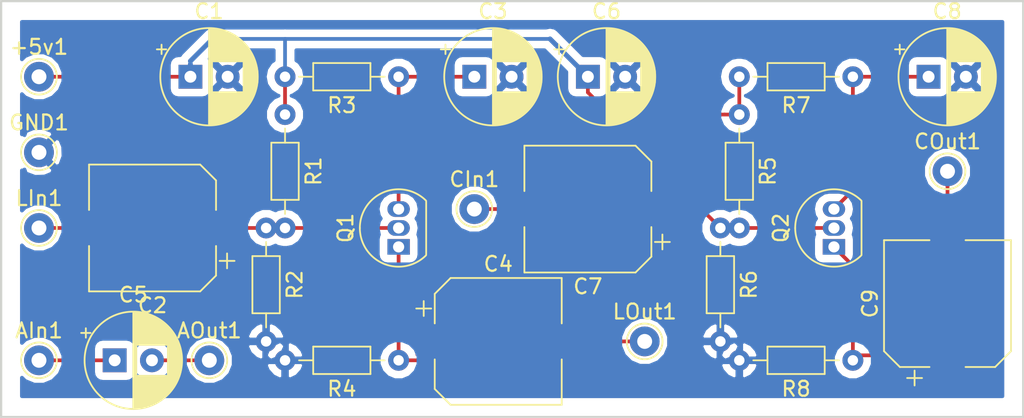
<source format=kicad_pcb>
(kicad_pcb (version 20171130) (host pcbnew "(5.0.1)-4")

  (general
    (thickness 1.6)
    (drawings 4)
    (tracks 37)
    (zones 0)
    (modules 27)
    (nets 15)
  )

  (page A4)
  (layers
    (0 F.Cu signal)
    (31 B.Cu signal)
    (32 B.Adhes user hide)
    (33 F.Adhes user hide)
    (34 B.Paste user hide)
    (35 F.Paste user hide)
    (36 B.SilkS user hide)
    (37 F.SilkS user hide)
    (38 B.Mask user hide)
    (39 F.Mask user hide)
    (40 Dwgs.User user hide)
    (41 Cmts.User user hide)
    (42 Eco1.User user hide)
    (43 Eco2.User user hide)
    (44 Edge.Cuts user)
    (45 Margin user hide)
    (46 B.CrtYd user)
    (47 F.CrtYd user)
    (48 B.Fab user hide)
    (49 F.Fab user hide)
  )

  (setup
    (last_trace_width 0.25)
    (trace_clearance 0.2)
    (zone_clearance 0.508)
    (zone_45_only no)
    (trace_min 0.2)
    (segment_width 0.2)
    (edge_width 0.15)
    (via_size 0.8)
    (via_drill 0.4)
    (via_min_size 0.4)
    (via_min_drill 0.3)
    (uvia_size 0.3)
    (uvia_drill 0.1)
    (uvias_allowed no)
    (uvia_min_size 0.2)
    (uvia_min_drill 0.1)
    (pcb_text_width 0.3)
    (pcb_text_size 1.5 1.5)
    (mod_edge_width 0.15)
    (mod_text_size 1 1)
    (mod_text_width 0.15)
    (pad_size 1.524 1.524)
    (pad_drill 0.762)
    (pad_to_mask_clearance 0.051)
    (solder_mask_min_width 0.25)
    (aux_axis_origin 0 0)
    (visible_elements 7FFFFFFF)
    (pcbplotparams
      (layerselection 0x010fc_ffffffff)
      (usegerberextensions false)
      (usegerberattributes false)
      (usegerberadvancedattributes false)
      (creategerberjobfile false)
      (excludeedgelayer true)
      (linewidth 0.100000)
      (plotframeref false)
      (viasonmask false)
      (mode 1)
      (useauxorigin false)
      (hpglpennumber 1)
      (hpglpenspeed 20)
      (hpglpendiameter 15.000000)
      (psnegative false)
      (psa4output false)
      (plotreference true)
      (plotvalue true)
      (plotinvisibletext false)
      (padsonsilk false)
      (subtractmaskfromsilk false)
      (outputformat 1)
      (mirror false)
      (drillshape 0)
      (scaleselection 1)
      (outputdirectory "../../Desktop/Vamp/"))
  )

  (net 0 "")
  (net 1 "Net-(C2-Pad1)")
  (net 2 "Net-(C3-Pad1)")
  (net 3 "Net-(C4-Pad1)")
  (net 4 "Net-(C2-Pad2)")
  (net 5 "Net-(C4-Pad2)")
  (net 6 "Net-(C7-Pad1)")
  (net 7 "Net-(C9-Pad1)")
  (net 8 "Net-(C8-Pad1)")
  (net 9 "Net-(C9-Pad2)")
  (net 10 "Net-(C7-Pad2)")
  (net 11 GND)
  (net 12 +5V)
  (net 13 "Net-(AOut1-Pad1)")
  (net 14 "Net-(AIn1-Pad1)")

  (net_class Default "This is the default net class."
    (clearance 0.2)
    (trace_width 0.25)
    (via_dia 0.8)
    (via_drill 0.4)
    (uvia_dia 0.3)
    (uvia_drill 0.1)
    (add_net +5V)
    (add_net GND)
    (add_net "Net-(AIn1-Pad1)")
    (add_net "Net-(AOut1-Pad1)")
    (add_net "Net-(C2-Pad1)")
    (add_net "Net-(C2-Pad2)")
    (add_net "Net-(C3-Pad1)")
    (add_net "Net-(C4-Pad1)")
    (add_net "Net-(C4-Pad2)")
    (add_net "Net-(C7-Pad1)")
    (add_net "Net-(C7-Pad2)")
    (add_net "Net-(C8-Pad1)")
    (add_net "Net-(C9-Pad1)")
    (add_net "Net-(C9-Pad2)")
  )

  (module Capacitor_THT:CP_Radial_D6.3mm_P2.50mm (layer F.Cu) (tedit 5AE50EF0) (tstamp 5C07345F)
    (at 48.26 22.86)
    (descr "CP, Radial series, Radial, pin pitch=2.50mm, , diameter=6.3mm, Electrolytic Capacitor")
    (tags "CP Radial series Radial pin pitch 2.50mm  diameter 6.3mm Electrolytic Capacitor")
    (path /5C06D91A)
    (fp_text reference C3 (at 1.25 -4.4) (layer F.SilkS)
      (effects (font (size 1 1) (thickness 0.15)))
    )
    (fp_text value 10uf (at 1.25 4.4) (layer F.Fab)
      (effects (font (size 1 1) (thickness 0.15)))
    )
    (fp_text user %R (at 1.25 0) (layer F.Fab)
      (effects (font (size 1 1) (thickness 0.15)))
    )
    (fp_line (start -1.935241 -2.154) (end -1.935241 -1.524) (layer F.SilkS) (width 0.12))
    (fp_line (start -2.250241 -1.839) (end -1.620241 -1.839) (layer F.SilkS) (width 0.12))
    (fp_line (start 4.491 -0.402) (end 4.491 0.402) (layer F.SilkS) (width 0.12))
    (fp_line (start 4.451 -0.633) (end 4.451 0.633) (layer F.SilkS) (width 0.12))
    (fp_line (start 4.411 -0.802) (end 4.411 0.802) (layer F.SilkS) (width 0.12))
    (fp_line (start 4.371 -0.94) (end 4.371 0.94) (layer F.SilkS) (width 0.12))
    (fp_line (start 4.331 -1.059) (end 4.331 1.059) (layer F.SilkS) (width 0.12))
    (fp_line (start 4.291 -1.165) (end 4.291 1.165) (layer F.SilkS) (width 0.12))
    (fp_line (start 4.251 -1.262) (end 4.251 1.262) (layer F.SilkS) (width 0.12))
    (fp_line (start 4.211 -1.35) (end 4.211 1.35) (layer F.SilkS) (width 0.12))
    (fp_line (start 4.171 -1.432) (end 4.171 1.432) (layer F.SilkS) (width 0.12))
    (fp_line (start 4.131 -1.509) (end 4.131 1.509) (layer F.SilkS) (width 0.12))
    (fp_line (start 4.091 -1.581) (end 4.091 1.581) (layer F.SilkS) (width 0.12))
    (fp_line (start 4.051 -1.65) (end 4.051 1.65) (layer F.SilkS) (width 0.12))
    (fp_line (start 4.011 -1.714) (end 4.011 1.714) (layer F.SilkS) (width 0.12))
    (fp_line (start 3.971 -1.776) (end 3.971 1.776) (layer F.SilkS) (width 0.12))
    (fp_line (start 3.931 -1.834) (end 3.931 1.834) (layer F.SilkS) (width 0.12))
    (fp_line (start 3.891 -1.89) (end 3.891 1.89) (layer F.SilkS) (width 0.12))
    (fp_line (start 3.851 -1.944) (end 3.851 1.944) (layer F.SilkS) (width 0.12))
    (fp_line (start 3.811 -1.995) (end 3.811 1.995) (layer F.SilkS) (width 0.12))
    (fp_line (start 3.771 -2.044) (end 3.771 2.044) (layer F.SilkS) (width 0.12))
    (fp_line (start 3.731 -2.092) (end 3.731 2.092) (layer F.SilkS) (width 0.12))
    (fp_line (start 3.691 -2.137) (end 3.691 2.137) (layer F.SilkS) (width 0.12))
    (fp_line (start 3.651 -2.182) (end 3.651 2.182) (layer F.SilkS) (width 0.12))
    (fp_line (start 3.611 -2.224) (end 3.611 2.224) (layer F.SilkS) (width 0.12))
    (fp_line (start 3.571 -2.265) (end 3.571 2.265) (layer F.SilkS) (width 0.12))
    (fp_line (start 3.531 1.04) (end 3.531 2.305) (layer F.SilkS) (width 0.12))
    (fp_line (start 3.531 -2.305) (end 3.531 -1.04) (layer F.SilkS) (width 0.12))
    (fp_line (start 3.491 1.04) (end 3.491 2.343) (layer F.SilkS) (width 0.12))
    (fp_line (start 3.491 -2.343) (end 3.491 -1.04) (layer F.SilkS) (width 0.12))
    (fp_line (start 3.451 1.04) (end 3.451 2.38) (layer F.SilkS) (width 0.12))
    (fp_line (start 3.451 -2.38) (end 3.451 -1.04) (layer F.SilkS) (width 0.12))
    (fp_line (start 3.411 1.04) (end 3.411 2.416) (layer F.SilkS) (width 0.12))
    (fp_line (start 3.411 -2.416) (end 3.411 -1.04) (layer F.SilkS) (width 0.12))
    (fp_line (start 3.371 1.04) (end 3.371 2.45) (layer F.SilkS) (width 0.12))
    (fp_line (start 3.371 -2.45) (end 3.371 -1.04) (layer F.SilkS) (width 0.12))
    (fp_line (start 3.331 1.04) (end 3.331 2.484) (layer F.SilkS) (width 0.12))
    (fp_line (start 3.331 -2.484) (end 3.331 -1.04) (layer F.SilkS) (width 0.12))
    (fp_line (start 3.291 1.04) (end 3.291 2.516) (layer F.SilkS) (width 0.12))
    (fp_line (start 3.291 -2.516) (end 3.291 -1.04) (layer F.SilkS) (width 0.12))
    (fp_line (start 3.251 1.04) (end 3.251 2.548) (layer F.SilkS) (width 0.12))
    (fp_line (start 3.251 -2.548) (end 3.251 -1.04) (layer F.SilkS) (width 0.12))
    (fp_line (start 3.211 1.04) (end 3.211 2.578) (layer F.SilkS) (width 0.12))
    (fp_line (start 3.211 -2.578) (end 3.211 -1.04) (layer F.SilkS) (width 0.12))
    (fp_line (start 3.171 1.04) (end 3.171 2.607) (layer F.SilkS) (width 0.12))
    (fp_line (start 3.171 -2.607) (end 3.171 -1.04) (layer F.SilkS) (width 0.12))
    (fp_line (start 3.131 1.04) (end 3.131 2.636) (layer F.SilkS) (width 0.12))
    (fp_line (start 3.131 -2.636) (end 3.131 -1.04) (layer F.SilkS) (width 0.12))
    (fp_line (start 3.091 1.04) (end 3.091 2.664) (layer F.SilkS) (width 0.12))
    (fp_line (start 3.091 -2.664) (end 3.091 -1.04) (layer F.SilkS) (width 0.12))
    (fp_line (start 3.051 1.04) (end 3.051 2.69) (layer F.SilkS) (width 0.12))
    (fp_line (start 3.051 -2.69) (end 3.051 -1.04) (layer F.SilkS) (width 0.12))
    (fp_line (start 3.011 1.04) (end 3.011 2.716) (layer F.SilkS) (width 0.12))
    (fp_line (start 3.011 -2.716) (end 3.011 -1.04) (layer F.SilkS) (width 0.12))
    (fp_line (start 2.971 1.04) (end 2.971 2.742) (layer F.SilkS) (width 0.12))
    (fp_line (start 2.971 -2.742) (end 2.971 -1.04) (layer F.SilkS) (width 0.12))
    (fp_line (start 2.931 1.04) (end 2.931 2.766) (layer F.SilkS) (width 0.12))
    (fp_line (start 2.931 -2.766) (end 2.931 -1.04) (layer F.SilkS) (width 0.12))
    (fp_line (start 2.891 1.04) (end 2.891 2.79) (layer F.SilkS) (width 0.12))
    (fp_line (start 2.891 -2.79) (end 2.891 -1.04) (layer F.SilkS) (width 0.12))
    (fp_line (start 2.851 1.04) (end 2.851 2.812) (layer F.SilkS) (width 0.12))
    (fp_line (start 2.851 -2.812) (end 2.851 -1.04) (layer F.SilkS) (width 0.12))
    (fp_line (start 2.811 1.04) (end 2.811 2.834) (layer F.SilkS) (width 0.12))
    (fp_line (start 2.811 -2.834) (end 2.811 -1.04) (layer F.SilkS) (width 0.12))
    (fp_line (start 2.771 1.04) (end 2.771 2.856) (layer F.SilkS) (width 0.12))
    (fp_line (start 2.771 -2.856) (end 2.771 -1.04) (layer F.SilkS) (width 0.12))
    (fp_line (start 2.731 1.04) (end 2.731 2.876) (layer F.SilkS) (width 0.12))
    (fp_line (start 2.731 -2.876) (end 2.731 -1.04) (layer F.SilkS) (width 0.12))
    (fp_line (start 2.691 1.04) (end 2.691 2.896) (layer F.SilkS) (width 0.12))
    (fp_line (start 2.691 -2.896) (end 2.691 -1.04) (layer F.SilkS) (width 0.12))
    (fp_line (start 2.651 1.04) (end 2.651 2.916) (layer F.SilkS) (width 0.12))
    (fp_line (start 2.651 -2.916) (end 2.651 -1.04) (layer F.SilkS) (width 0.12))
    (fp_line (start 2.611 1.04) (end 2.611 2.934) (layer F.SilkS) (width 0.12))
    (fp_line (start 2.611 -2.934) (end 2.611 -1.04) (layer F.SilkS) (width 0.12))
    (fp_line (start 2.571 1.04) (end 2.571 2.952) (layer F.SilkS) (width 0.12))
    (fp_line (start 2.571 -2.952) (end 2.571 -1.04) (layer F.SilkS) (width 0.12))
    (fp_line (start 2.531 1.04) (end 2.531 2.97) (layer F.SilkS) (width 0.12))
    (fp_line (start 2.531 -2.97) (end 2.531 -1.04) (layer F.SilkS) (width 0.12))
    (fp_line (start 2.491 1.04) (end 2.491 2.986) (layer F.SilkS) (width 0.12))
    (fp_line (start 2.491 -2.986) (end 2.491 -1.04) (layer F.SilkS) (width 0.12))
    (fp_line (start 2.451 1.04) (end 2.451 3.002) (layer F.SilkS) (width 0.12))
    (fp_line (start 2.451 -3.002) (end 2.451 -1.04) (layer F.SilkS) (width 0.12))
    (fp_line (start 2.411 1.04) (end 2.411 3.018) (layer F.SilkS) (width 0.12))
    (fp_line (start 2.411 -3.018) (end 2.411 -1.04) (layer F.SilkS) (width 0.12))
    (fp_line (start 2.371 1.04) (end 2.371 3.033) (layer F.SilkS) (width 0.12))
    (fp_line (start 2.371 -3.033) (end 2.371 -1.04) (layer F.SilkS) (width 0.12))
    (fp_line (start 2.331 1.04) (end 2.331 3.047) (layer F.SilkS) (width 0.12))
    (fp_line (start 2.331 -3.047) (end 2.331 -1.04) (layer F.SilkS) (width 0.12))
    (fp_line (start 2.291 1.04) (end 2.291 3.061) (layer F.SilkS) (width 0.12))
    (fp_line (start 2.291 -3.061) (end 2.291 -1.04) (layer F.SilkS) (width 0.12))
    (fp_line (start 2.251 1.04) (end 2.251 3.074) (layer F.SilkS) (width 0.12))
    (fp_line (start 2.251 -3.074) (end 2.251 -1.04) (layer F.SilkS) (width 0.12))
    (fp_line (start 2.211 1.04) (end 2.211 3.086) (layer F.SilkS) (width 0.12))
    (fp_line (start 2.211 -3.086) (end 2.211 -1.04) (layer F.SilkS) (width 0.12))
    (fp_line (start 2.171 1.04) (end 2.171 3.098) (layer F.SilkS) (width 0.12))
    (fp_line (start 2.171 -3.098) (end 2.171 -1.04) (layer F.SilkS) (width 0.12))
    (fp_line (start 2.131 1.04) (end 2.131 3.11) (layer F.SilkS) (width 0.12))
    (fp_line (start 2.131 -3.11) (end 2.131 -1.04) (layer F.SilkS) (width 0.12))
    (fp_line (start 2.091 1.04) (end 2.091 3.121) (layer F.SilkS) (width 0.12))
    (fp_line (start 2.091 -3.121) (end 2.091 -1.04) (layer F.SilkS) (width 0.12))
    (fp_line (start 2.051 1.04) (end 2.051 3.131) (layer F.SilkS) (width 0.12))
    (fp_line (start 2.051 -3.131) (end 2.051 -1.04) (layer F.SilkS) (width 0.12))
    (fp_line (start 2.011 1.04) (end 2.011 3.141) (layer F.SilkS) (width 0.12))
    (fp_line (start 2.011 -3.141) (end 2.011 -1.04) (layer F.SilkS) (width 0.12))
    (fp_line (start 1.971 1.04) (end 1.971 3.15) (layer F.SilkS) (width 0.12))
    (fp_line (start 1.971 -3.15) (end 1.971 -1.04) (layer F.SilkS) (width 0.12))
    (fp_line (start 1.93 1.04) (end 1.93 3.159) (layer F.SilkS) (width 0.12))
    (fp_line (start 1.93 -3.159) (end 1.93 -1.04) (layer F.SilkS) (width 0.12))
    (fp_line (start 1.89 1.04) (end 1.89 3.167) (layer F.SilkS) (width 0.12))
    (fp_line (start 1.89 -3.167) (end 1.89 -1.04) (layer F.SilkS) (width 0.12))
    (fp_line (start 1.85 1.04) (end 1.85 3.175) (layer F.SilkS) (width 0.12))
    (fp_line (start 1.85 -3.175) (end 1.85 -1.04) (layer F.SilkS) (width 0.12))
    (fp_line (start 1.81 1.04) (end 1.81 3.182) (layer F.SilkS) (width 0.12))
    (fp_line (start 1.81 -3.182) (end 1.81 -1.04) (layer F.SilkS) (width 0.12))
    (fp_line (start 1.77 1.04) (end 1.77 3.189) (layer F.SilkS) (width 0.12))
    (fp_line (start 1.77 -3.189) (end 1.77 -1.04) (layer F.SilkS) (width 0.12))
    (fp_line (start 1.73 1.04) (end 1.73 3.195) (layer F.SilkS) (width 0.12))
    (fp_line (start 1.73 -3.195) (end 1.73 -1.04) (layer F.SilkS) (width 0.12))
    (fp_line (start 1.69 1.04) (end 1.69 3.201) (layer F.SilkS) (width 0.12))
    (fp_line (start 1.69 -3.201) (end 1.69 -1.04) (layer F.SilkS) (width 0.12))
    (fp_line (start 1.65 1.04) (end 1.65 3.206) (layer F.SilkS) (width 0.12))
    (fp_line (start 1.65 -3.206) (end 1.65 -1.04) (layer F.SilkS) (width 0.12))
    (fp_line (start 1.61 1.04) (end 1.61 3.211) (layer F.SilkS) (width 0.12))
    (fp_line (start 1.61 -3.211) (end 1.61 -1.04) (layer F.SilkS) (width 0.12))
    (fp_line (start 1.57 1.04) (end 1.57 3.215) (layer F.SilkS) (width 0.12))
    (fp_line (start 1.57 -3.215) (end 1.57 -1.04) (layer F.SilkS) (width 0.12))
    (fp_line (start 1.53 1.04) (end 1.53 3.218) (layer F.SilkS) (width 0.12))
    (fp_line (start 1.53 -3.218) (end 1.53 -1.04) (layer F.SilkS) (width 0.12))
    (fp_line (start 1.49 1.04) (end 1.49 3.222) (layer F.SilkS) (width 0.12))
    (fp_line (start 1.49 -3.222) (end 1.49 -1.04) (layer F.SilkS) (width 0.12))
    (fp_line (start 1.45 -3.224) (end 1.45 3.224) (layer F.SilkS) (width 0.12))
    (fp_line (start 1.41 -3.227) (end 1.41 3.227) (layer F.SilkS) (width 0.12))
    (fp_line (start 1.37 -3.228) (end 1.37 3.228) (layer F.SilkS) (width 0.12))
    (fp_line (start 1.33 -3.23) (end 1.33 3.23) (layer F.SilkS) (width 0.12))
    (fp_line (start 1.29 -3.23) (end 1.29 3.23) (layer F.SilkS) (width 0.12))
    (fp_line (start 1.25 -3.23) (end 1.25 3.23) (layer F.SilkS) (width 0.12))
    (fp_line (start -1.128972 -1.6885) (end -1.128972 -1.0585) (layer F.Fab) (width 0.1))
    (fp_line (start -1.443972 -1.3735) (end -0.813972 -1.3735) (layer F.Fab) (width 0.1))
    (fp_circle (center 1.25 0) (end 4.65 0) (layer F.CrtYd) (width 0.05))
    (fp_circle (center 1.25 0) (end 4.52 0) (layer F.SilkS) (width 0.12))
    (fp_circle (center 1.25 0) (end 4.4 0) (layer F.Fab) (width 0.1))
    (pad 2 thru_hole circle (at 2.5 0) (size 1.6 1.6) (drill 0.8) (layers *.Cu *.Mask)
      (net 11 GND))
    (pad 1 thru_hole rect (at 0 0) (size 1.6 1.6) (drill 0.8) (layers *.Cu *.Mask)
      (net 2 "Net-(C3-Pad1)"))
    (model ${KISYS3DMOD}/Capacitor_THT.3dshapes/CP_Radial_D6.3mm_P2.50mm.wrl
      (at (xyz 0 0 0))
      (scale (xyz 1 1 1))
      (rotate (xyz 0 0 0))
    )
  )

  (module Capacitor_THT:CP_Radial_D6.3mm_P2.50mm (layer F.Cu) (tedit 5AE50EF0) (tstamp 5C07C47D)
    (at 55.88 22.86)
    (descr "CP, Radial series, Radial, pin pitch=2.50mm, , diameter=6.3mm, Electrolytic Capacitor")
    (tags "CP Radial series Radial pin pitch 2.50mm  diameter 6.3mm Electrolytic Capacitor")
    (path /5C0709A9)
    (fp_text reference C6 (at 1.25 -4.4) (layer F.SilkS)
      (effects (font (size 1 1) (thickness 0.15)))
    )
    (fp_text value 100uf (at 1.25 4.4) (layer F.Fab)
      (effects (font (size 1 1) (thickness 0.15)))
    )
    (fp_text user %R (at 1.25 0) (layer F.Fab)
      (effects (font (size 1 1) (thickness 0.15)))
    )
    (fp_line (start -1.935241 -2.154) (end -1.935241 -1.524) (layer F.SilkS) (width 0.12))
    (fp_line (start -2.250241 -1.839) (end -1.620241 -1.839) (layer F.SilkS) (width 0.12))
    (fp_line (start 4.491 -0.402) (end 4.491 0.402) (layer F.SilkS) (width 0.12))
    (fp_line (start 4.451 -0.633) (end 4.451 0.633) (layer F.SilkS) (width 0.12))
    (fp_line (start 4.411 -0.802) (end 4.411 0.802) (layer F.SilkS) (width 0.12))
    (fp_line (start 4.371 -0.94) (end 4.371 0.94) (layer F.SilkS) (width 0.12))
    (fp_line (start 4.331 -1.059) (end 4.331 1.059) (layer F.SilkS) (width 0.12))
    (fp_line (start 4.291 -1.165) (end 4.291 1.165) (layer F.SilkS) (width 0.12))
    (fp_line (start 4.251 -1.262) (end 4.251 1.262) (layer F.SilkS) (width 0.12))
    (fp_line (start 4.211 -1.35) (end 4.211 1.35) (layer F.SilkS) (width 0.12))
    (fp_line (start 4.171 -1.432) (end 4.171 1.432) (layer F.SilkS) (width 0.12))
    (fp_line (start 4.131 -1.509) (end 4.131 1.509) (layer F.SilkS) (width 0.12))
    (fp_line (start 4.091 -1.581) (end 4.091 1.581) (layer F.SilkS) (width 0.12))
    (fp_line (start 4.051 -1.65) (end 4.051 1.65) (layer F.SilkS) (width 0.12))
    (fp_line (start 4.011 -1.714) (end 4.011 1.714) (layer F.SilkS) (width 0.12))
    (fp_line (start 3.971 -1.776) (end 3.971 1.776) (layer F.SilkS) (width 0.12))
    (fp_line (start 3.931 -1.834) (end 3.931 1.834) (layer F.SilkS) (width 0.12))
    (fp_line (start 3.891 -1.89) (end 3.891 1.89) (layer F.SilkS) (width 0.12))
    (fp_line (start 3.851 -1.944) (end 3.851 1.944) (layer F.SilkS) (width 0.12))
    (fp_line (start 3.811 -1.995) (end 3.811 1.995) (layer F.SilkS) (width 0.12))
    (fp_line (start 3.771 -2.044) (end 3.771 2.044) (layer F.SilkS) (width 0.12))
    (fp_line (start 3.731 -2.092) (end 3.731 2.092) (layer F.SilkS) (width 0.12))
    (fp_line (start 3.691 -2.137) (end 3.691 2.137) (layer F.SilkS) (width 0.12))
    (fp_line (start 3.651 -2.182) (end 3.651 2.182) (layer F.SilkS) (width 0.12))
    (fp_line (start 3.611 -2.224) (end 3.611 2.224) (layer F.SilkS) (width 0.12))
    (fp_line (start 3.571 -2.265) (end 3.571 2.265) (layer F.SilkS) (width 0.12))
    (fp_line (start 3.531 1.04) (end 3.531 2.305) (layer F.SilkS) (width 0.12))
    (fp_line (start 3.531 -2.305) (end 3.531 -1.04) (layer F.SilkS) (width 0.12))
    (fp_line (start 3.491 1.04) (end 3.491 2.343) (layer F.SilkS) (width 0.12))
    (fp_line (start 3.491 -2.343) (end 3.491 -1.04) (layer F.SilkS) (width 0.12))
    (fp_line (start 3.451 1.04) (end 3.451 2.38) (layer F.SilkS) (width 0.12))
    (fp_line (start 3.451 -2.38) (end 3.451 -1.04) (layer F.SilkS) (width 0.12))
    (fp_line (start 3.411 1.04) (end 3.411 2.416) (layer F.SilkS) (width 0.12))
    (fp_line (start 3.411 -2.416) (end 3.411 -1.04) (layer F.SilkS) (width 0.12))
    (fp_line (start 3.371 1.04) (end 3.371 2.45) (layer F.SilkS) (width 0.12))
    (fp_line (start 3.371 -2.45) (end 3.371 -1.04) (layer F.SilkS) (width 0.12))
    (fp_line (start 3.331 1.04) (end 3.331 2.484) (layer F.SilkS) (width 0.12))
    (fp_line (start 3.331 -2.484) (end 3.331 -1.04) (layer F.SilkS) (width 0.12))
    (fp_line (start 3.291 1.04) (end 3.291 2.516) (layer F.SilkS) (width 0.12))
    (fp_line (start 3.291 -2.516) (end 3.291 -1.04) (layer F.SilkS) (width 0.12))
    (fp_line (start 3.251 1.04) (end 3.251 2.548) (layer F.SilkS) (width 0.12))
    (fp_line (start 3.251 -2.548) (end 3.251 -1.04) (layer F.SilkS) (width 0.12))
    (fp_line (start 3.211 1.04) (end 3.211 2.578) (layer F.SilkS) (width 0.12))
    (fp_line (start 3.211 -2.578) (end 3.211 -1.04) (layer F.SilkS) (width 0.12))
    (fp_line (start 3.171 1.04) (end 3.171 2.607) (layer F.SilkS) (width 0.12))
    (fp_line (start 3.171 -2.607) (end 3.171 -1.04) (layer F.SilkS) (width 0.12))
    (fp_line (start 3.131 1.04) (end 3.131 2.636) (layer F.SilkS) (width 0.12))
    (fp_line (start 3.131 -2.636) (end 3.131 -1.04) (layer F.SilkS) (width 0.12))
    (fp_line (start 3.091 1.04) (end 3.091 2.664) (layer F.SilkS) (width 0.12))
    (fp_line (start 3.091 -2.664) (end 3.091 -1.04) (layer F.SilkS) (width 0.12))
    (fp_line (start 3.051 1.04) (end 3.051 2.69) (layer F.SilkS) (width 0.12))
    (fp_line (start 3.051 -2.69) (end 3.051 -1.04) (layer F.SilkS) (width 0.12))
    (fp_line (start 3.011 1.04) (end 3.011 2.716) (layer F.SilkS) (width 0.12))
    (fp_line (start 3.011 -2.716) (end 3.011 -1.04) (layer F.SilkS) (width 0.12))
    (fp_line (start 2.971 1.04) (end 2.971 2.742) (layer F.SilkS) (width 0.12))
    (fp_line (start 2.971 -2.742) (end 2.971 -1.04) (layer F.SilkS) (width 0.12))
    (fp_line (start 2.931 1.04) (end 2.931 2.766) (layer F.SilkS) (width 0.12))
    (fp_line (start 2.931 -2.766) (end 2.931 -1.04) (layer F.SilkS) (width 0.12))
    (fp_line (start 2.891 1.04) (end 2.891 2.79) (layer F.SilkS) (width 0.12))
    (fp_line (start 2.891 -2.79) (end 2.891 -1.04) (layer F.SilkS) (width 0.12))
    (fp_line (start 2.851 1.04) (end 2.851 2.812) (layer F.SilkS) (width 0.12))
    (fp_line (start 2.851 -2.812) (end 2.851 -1.04) (layer F.SilkS) (width 0.12))
    (fp_line (start 2.811 1.04) (end 2.811 2.834) (layer F.SilkS) (width 0.12))
    (fp_line (start 2.811 -2.834) (end 2.811 -1.04) (layer F.SilkS) (width 0.12))
    (fp_line (start 2.771 1.04) (end 2.771 2.856) (layer F.SilkS) (width 0.12))
    (fp_line (start 2.771 -2.856) (end 2.771 -1.04) (layer F.SilkS) (width 0.12))
    (fp_line (start 2.731 1.04) (end 2.731 2.876) (layer F.SilkS) (width 0.12))
    (fp_line (start 2.731 -2.876) (end 2.731 -1.04) (layer F.SilkS) (width 0.12))
    (fp_line (start 2.691 1.04) (end 2.691 2.896) (layer F.SilkS) (width 0.12))
    (fp_line (start 2.691 -2.896) (end 2.691 -1.04) (layer F.SilkS) (width 0.12))
    (fp_line (start 2.651 1.04) (end 2.651 2.916) (layer F.SilkS) (width 0.12))
    (fp_line (start 2.651 -2.916) (end 2.651 -1.04) (layer F.SilkS) (width 0.12))
    (fp_line (start 2.611 1.04) (end 2.611 2.934) (layer F.SilkS) (width 0.12))
    (fp_line (start 2.611 -2.934) (end 2.611 -1.04) (layer F.SilkS) (width 0.12))
    (fp_line (start 2.571 1.04) (end 2.571 2.952) (layer F.SilkS) (width 0.12))
    (fp_line (start 2.571 -2.952) (end 2.571 -1.04) (layer F.SilkS) (width 0.12))
    (fp_line (start 2.531 1.04) (end 2.531 2.97) (layer F.SilkS) (width 0.12))
    (fp_line (start 2.531 -2.97) (end 2.531 -1.04) (layer F.SilkS) (width 0.12))
    (fp_line (start 2.491 1.04) (end 2.491 2.986) (layer F.SilkS) (width 0.12))
    (fp_line (start 2.491 -2.986) (end 2.491 -1.04) (layer F.SilkS) (width 0.12))
    (fp_line (start 2.451 1.04) (end 2.451 3.002) (layer F.SilkS) (width 0.12))
    (fp_line (start 2.451 -3.002) (end 2.451 -1.04) (layer F.SilkS) (width 0.12))
    (fp_line (start 2.411 1.04) (end 2.411 3.018) (layer F.SilkS) (width 0.12))
    (fp_line (start 2.411 -3.018) (end 2.411 -1.04) (layer F.SilkS) (width 0.12))
    (fp_line (start 2.371 1.04) (end 2.371 3.033) (layer F.SilkS) (width 0.12))
    (fp_line (start 2.371 -3.033) (end 2.371 -1.04) (layer F.SilkS) (width 0.12))
    (fp_line (start 2.331 1.04) (end 2.331 3.047) (layer F.SilkS) (width 0.12))
    (fp_line (start 2.331 -3.047) (end 2.331 -1.04) (layer F.SilkS) (width 0.12))
    (fp_line (start 2.291 1.04) (end 2.291 3.061) (layer F.SilkS) (width 0.12))
    (fp_line (start 2.291 -3.061) (end 2.291 -1.04) (layer F.SilkS) (width 0.12))
    (fp_line (start 2.251 1.04) (end 2.251 3.074) (layer F.SilkS) (width 0.12))
    (fp_line (start 2.251 -3.074) (end 2.251 -1.04) (layer F.SilkS) (width 0.12))
    (fp_line (start 2.211 1.04) (end 2.211 3.086) (layer F.SilkS) (width 0.12))
    (fp_line (start 2.211 -3.086) (end 2.211 -1.04) (layer F.SilkS) (width 0.12))
    (fp_line (start 2.171 1.04) (end 2.171 3.098) (layer F.SilkS) (width 0.12))
    (fp_line (start 2.171 -3.098) (end 2.171 -1.04) (layer F.SilkS) (width 0.12))
    (fp_line (start 2.131 1.04) (end 2.131 3.11) (layer F.SilkS) (width 0.12))
    (fp_line (start 2.131 -3.11) (end 2.131 -1.04) (layer F.SilkS) (width 0.12))
    (fp_line (start 2.091 1.04) (end 2.091 3.121) (layer F.SilkS) (width 0.12))
    (fp_line (start 2.091 -3.121) (end 2.091 -1.04) (layer F.SilkS) (width 0.12))
    (fp_line (start 2.051 1.04) (end 2.051 3.131) (layer F.SilkS) (width 0.12))
    (fp_line (start 2.051 -3.131) (end 2.051 -1.04) (layer F.SilkS) (width 0.12))
    (fp_line (start 2.011 1.04) (end 2.011 3.141) (layer F.SilkS) (width 0.12))
    (fp_line (start 2.011 -3.141) (end 2.011 -1.04) (layer F.SilkS) (width 0.12))
    (fp_line (start 1.971 1.04) (end 1.971 3.15) (layer F.SilkS) (width 0.12))
    (fp_line (start 1.971 -3.15) (end 1.971 -1.04) (layer F.SilkS) (width 0.12))
    (fp_line (start 1.93 1.04) (end 1.93 3.159) (layer F.SilkS) (width 0.12))
    (fp_line (start 1.93 -3.159) (end 1.93 -1.04) (layer F.SilkS) (width 0.12))
    (fp_line (start 1.89 1.04) (end 1.89 3.167) (layer F.SilkS) (width 0.12))
    (fp_line (start 1.89 -3.167) (end 1.89 -1.04) (layer F.SilkS) (width 0.12))
    (fp_line (start 1.85 1.04) (end 1.85 3.175) (layer F.SilkS) (width 0.12))
    (fp_line (start 1.85 -3.175) (end 1.85 -1.04) (layer F.SilkS) (width 0.12))
    (fp_line (start 1.81 1.04) (end 1.81 3.182) (layer F.SilkS) (width 0.12))
    (fp_line (start 1.81 -3.182) (end 1.81 -1.04) (layer F.SilkS) (width 0.12))
    (fp_line (start 1.77 1.04) (end 1.77 3.189) (layer F.SilkS) (width 0.12))
    (fp_line (start 1.77 -3.189) (end 1.77 -1.04) (layer F.SilkS) (width 0.12))
    (fp_line (start 1.73 1.04) (end 1.73 3.195) (layer F.SilkS) (width 0.12))
    (fp_line (start 1.73 -3.195) (end 1.73 -1.04) (layer F.SilkS) (width 0.12))
    (fp_line (start 1.69 1.04) (end 1.69 3.201) (layer F.SilkS) (width 0.12))
    (fp_line (start 1.69 -3.201) (end 1.69 -1.04) (layer F.SilkS) (width 0.12))
    (fp_line (start 1.65 1.04) (end 1.65 3.206) (layer F.SilkS) (width 0.12))
    (fp_line (start 1.65 -3.206) (end 1.65 -1.04) (layer F.SilkS) (width 0.12))
    (fp_line (start 1.61 1.04) (end 1.61 3.211) (layer F.SilkS) (width 0.12))
    (fp_line (start 1.61 -3.211) (end 1.61 -1.04) (layer F.SilkS) (width 0.12))
    (fp_line (start 1.57 1.04) (end 1.57 3.215) (layer F.SilkS) (width 0.12))
    (fp_line (start 1.57 -3.215) (end 1.57 -1.04) (layer F.SilkS) (width 0.12))
    (fp_line (start 1.53 1.04) (end 1.53 3.218) (layer F.SilkS) (width 0.12))
    (fp_line (start 1.53 -3.218) (end 1.53 -1.04) (layer F.SilkS) (width 0.12))
    (fp_line (start 1.49 1.04) (end 1.49 3.222) (layer F.SilkS) (width 0.12))
    (fp_line (start 1.49 -3.222) (end 1.49 -1.04) (layer F.SilkS) (width 0.12))
    (fp_line (start 1.45 -3.224) (end 1.45 3.224) (layer F.SilkS) (width 0.12))
    (fp_line (start 1.41 -3.227) (end 1.41 3.227) (layer F.SilkS) (width 0.12))
    (fp_line (start 1.37 -3.228) (end 1.37 3.228) (layer F.SilkS) (width 0.12))
    (fp_line (start 1.33 -3.23) (end 1.33 3.23) (layer F.SilkS) (width 0.12))
    (fp_line (start 1.29 -3.23) (end 1.29 3.23) (layer F.SilkS) (width 0.12))
    (fp_line (start 1.25 -3.23) (end 1.25 3.23) (layer F.SilkS) (width 0.12))
    (fp_line (start -1.128972 -1.6885) (end -1.128972 -1.0585) (layer F.Fab) (width 0.1))
    (fp_line (start -1.443972 -1.3735) (end -0.813972 -1.3735) (layer F.Fab) (width 0.1))
    (fp_circle (center 1.25 0) (end 4.65 0) (layer F.CrtYd) (width 0.05))
    (fp_circle (center 1.25 0) (end 4.52 0) (layer F.SilkS) (width 0.12))
    (fp_circle (center 1.25 0) (end 4.4 0) (layer F.Fab) (width 0.1))
    (pad 2 thru_hole circle (at 2.5 0) (size 1.6 1.6) (drill 0.8) (layers *.Cu *.Mask)
      (net 11 GND))
    (pad 1 thru_hole rect (at 0 0) (size 1.6 1.6) (drill 0.8) (layers *.Cu *.Mask)
      (net 12 +5V))
    (model ${KISYS3DMOD}/Capacitor_THT.3dshapes/CP_Radial_D6.3mm_P2.50mm.wrl
      (at (xyz 0 0 0))
      (scale (xyz 1 1 1))
      (rotate (xyz 0 0 0))
    )
  )

  (module Capacitor_THT:CP_Radial_D6.3mm_P2.50mm (layer F.Cu) (tedit 5AE50EF0) (tstamp 5C07C3A7)
    (at 78.74 22.86)
    (descr "CP, Radial series, Radial, pin pitch=2.50mm, , diameter=6.3mm, Electrolytic Capacitor")
    (tags "CP Radial series Radial pin pitch 2.50mm  diameter 6.3mm Electrolytic Capacitor")
    (path /5C0709B9)
    (fp_text reference C8 (at 1.25 -4.4) (layer F.SilkS)
      (effects (font (size 1 1) (thickness 0.15)))
    )
    (fp_text value 10uf (at 1.25 4.4) (layer F.Fab)
      (effects (font (size 1 1) (thickness 0.15)))
    )
    (fp_text user %R (at 1.25 0) (layer F.Fab)
      (effects (font (size 1 1) (thickness 0.15)))
    )
    (fp_line (start -1.935241 -2.154) (end -1.935241 -1.524) (layer F.SilkS) (width 0.12))
    (fp_line (start -2.250241 -1.839) (end -1.620241 -1.839) (layer F.SilkS) (width 0.12))
    (fp_line (start 4.491 -0.402) (end 4.491 0.402) (layer F.SilkS) (width 0.12))
    (fp_line (start 4.451 -0.633) (end 4.451 0.633) (layer F.SilkS) (width 0.12))
    (fp_line (start 4.411 -0.802) (end 4.411 0.802) (layer F.SilkS) (width 0.12))
    (fp_line (start 4.371 -0.94) (end 4.371 0.94) (layer F.SilkS) (width 0.12))
    (fp_line (start 4.331 -1.059) (end 4.331 1.059) (layer F.SilkS) (width 0.12))
    (fp_line (start 4.291 -1.165) (end 4.291 1.165) (layer F.SilkS) (width 0.12))
    (fp_line (start 4.251 -1.262) (end 4.251 1.262) (layer F.SilkS) (width 0.12))
    (fp_line (start 4.211 -1.35) (end 4.211 1.35) (layer F.SilkS) (width 0.12))
    (fp_line (start 4.171 -1.432) (end 4.171 1.432) (layer F.SilkS) (width 0.12))
    (fp_line (start 4.131 -1.509) (end 4.131 1.509) (layer F.SilkS) (width 0.12))
    (fp_line (start 4.091 -1.581) (end 4.091 1.581) (layer F.SilkS) (width 0.12))
    (fp_line (start 4.051 -1.65) (end 4.051 1.65) (layer F.SilkS) (width 0.12))
    (fp_line (start 4.011 -1.714) (end 4.011 1.714) (layer F.SilkS) (width 0.12))
    (fp_line (start 3.971 -1.776) (end 3.971 1.776) (layer F.SilkS) (width 0.12))
    (fp_line (start 3.931 -1.834) (end 3.931 1.834) (layer F.SilkS) (width 0.12))
    (fp_line (start 3.891 -1.89) (end 3.891 1.89) (layer F.SilkS) (width 0.12))
    (fp_line (start 3.851 -1.944) (end 3.851 1.944) (layer F.SilkS) (width 0.12))
    (fp_line (start 3.811 -1.995) (end 3.811 1.995) (layer F.SilkS) (width 0.12))
    (fp_line (start 3.771 -2.044) (end 3.771 2.044) (layer F.SilkS) (width 0.12))
    (fp_line (start 3.731 -2.092) (end 3.731 2.092) (layer F.SilkS) (width 0.12))
    (fp_line (start 3.691 -2.137) (end 3.691 2.137) (layer F.SilkS) (width 0.12))
    (fp_line (start 3.651 -2.182) (end 3.651 2.182) (layer F.SilkS) (width 0.12))
    (fp_line (start 3.611 -2.224) (end 3.611 2.224) (layer F.SilkS) (width 0.12))
    (fp_line (start 3.571 -2.265) (end 3.571 2.265) (layer F.SilkS) (width 0.12))
    (fp_line (start 3.531 1.04) (end 3.531 2.305) (layer F.SilkS) (width 0.12))
    (fp_line (start 3.531 -2.305) (end 3.531 -1.04) (layer F.SilkS) (width 0.12))
    (fp_line (start 3.491 1.04) (end 3.491 2.343) (layer F.SilkS) (width 0.12))
    (fp_line (start 3.491 -2.343) (end 3.491 -1.04) (layer F.SilkS) (width 0.12))
    (fp_line (start 3.451 1.04) (end 3.451 2.38) (layer F.SilkS) (width 0.12))
    (fp_line (start 3.451 -2.38) (end 3.451 -1.04) (layer F.SilkS) (width 0.12))
    (fp_line (start 3.411 1.04) (end 3.411 2.416) (layer F.SilkS) (width 0.12))
    (fp_line (start 3.411 -2.416) (end 3.411 -1.04) (layer F.SilkS) (width 0.12))
    (fp_line (start 3.371 1.04) (end 3.371 2.45) (layer F.SilkS) (width 0.12))
    (fp_line (start 3.371 -2.45) (end 3.371 -1.04) (layer F.SilkS) (width 0.12))
    (fp_line (start 3.331 1.04) (end 3.331 2.484) (layer F.SilkS) (width 0.12))
    (fp_line (start 3.331 -2.484) (end 3.331 -1.04) (layer F.SilkS) (width 0.12))
    (fp_line (start 3.291 1.04) (end 3.291 2.516) (layer F.SilkS) (width 0.12))
    (fp_line (start 3.291 -2.516) (end 3.291 -1.04) (layer F.SilkS) (width 0.12))
    (fp_line (start 3.251 1.04) (end 3.251 2.548) (layer F.SilkS) (width 0.12))
    (fp_line (start 3.251 -2.548) (end 3.251 -1.04) (layer F.SilkS) (width 0.12))
    (fp_line (start 3.211 1.04) (end 3.211 2.578) (layer F.SilkS) (width 0.12))
    (fp_line (start 3.211 -2.578) (end 3.211 -1.04) (layer F.SilkS) (width 0.12))
    (fp_line (start 3.171 1.04) (end 3.171 2.607) (layer F.SilkS) (width 0.12))
    (fp_line (start 3.171 -2.607) (end 3.171 -1.04) (layer F.SilkS) (width 0.12))
    (fp_line (start 3.131 1.04) (end 3.131 2.636) (layer F.SilkS) (width 0.12))
    (fp_line (start 3.131 -2.636) (end 3.131 -1.04) (layer F.SilkS) (width 0.12))
    (fp_line (start 3.091 1.04) (end 3.091 2.664) (layer F.SilkS) (width 0.12))
    (fp_line (start 3.091 -2.664) (end 3.091 -1.04) (layer F.SilkS) (width 0.12))
    (fp_line (start 3.051 1.04) (end 3.051 2.69) (layer F.SilkS) (width 0.12))
    (fp_line (start 3.051 -2.69) (end 3.051 -1.04) (layer F.SilkS) (width 0.12))
    (fp_line (start 3.011 1.04) (end 3.011 2.716) (layer F.SilkS) (width 0.12))
    (fp_line (start 3.011 -2.716) (end 3.011 -1.04) (layer F.SilkS) (width 0.12))
    (fp_line (start 2.971 1.04) (end 2.971 2.742) (layer F.SilkS) (width 0.12))
    (fp_line (start 2.971 -2.742) (end 2.971 -1.04) (layer F.SilkS) (width 0.12))
    (fp_line (start 2.931 1.04) (end 2.931 2.766) (layer F.SilkS) (width 0.12))
    (fp_line (start 2.931 -2.766) (end 2.931 -1.04) (layer F.SilkS) (width 0.12))
    (fp_line (start 2.891 1.04) (end 2.891 2.79) (layer F.SilkS) (width 0.12))
    (fp_line (start 2.891 -2.79) (end 2.891 -1.04) (layer F.SilkS) (width 0.12))
    (fp_line (start 2.851 1.04) (end 2.851 2.812) (layer F.SilkS) (width 0.12))
    (fp_line (start 2.851 -2.812) (end 2.851 -1.04) (layer F.SilkS) (width 0.12))
    (fp_line (start 2.811 1.04) (end 2.811 2.834) (layer F.SilkS) (width 0.12))
    (fp_line (start 2.811 -2.834) (end 2.811 -1.04) (layer F.SilkS) (width 0.12))
    (fp_line (start 2.771 1.04) (end 2.771 2.856) (layer F.SilkS) (width 0.12))
    (fp_line (start 2.771 -2.856) (end 2.771 -1.04) (layer F.SilkS) (width 0.12))
    (fp_line (start 2.731 1.04) (end 2.731 2.876) (layer F.SilkS) (width 0.12))
    (fp_line (start 2.731 -2.876) (end 2.731 -1.04) (layer F.SilkS) (width 0.12))
    (fp_line (start 2.691 1.04) (end 2.691 2.896) (layer F.SilkS) (width 0.12))
    (fp_line (start 2.691 -2.896) (end 2.691 -1.04) (layer F.SilkS) (width 0.12))
    (fp_line (start 2.651 1.04) (end 2.651 2.916) (layer F.SilkS) (width 0.12))
    (fp_line (start 2.651 -2.916) (end 2.651 -1.04) (layer F.SilkS) (width 0.12))
    (fp_line (start 2.611 1.04) (end 2.611 2.934) (layer F.SilkS) (width 0.12))
    (fp_line (start 2.611 -2.934) (end 2.611 -1.04) (layer F.SilkS) (width 0.12))
    (fp_line (start 2.571 1.04) (end 2.571 2.952) (layer F.SilkS) (width 0.12))
    (fp_line (start 2.571 -2.952) (end 2.571 -1.04) (layer F.SilkS) (width 0.12))
    (fp_line (start 2.531 1.04) (end 2.531 2.97) (layer F.SilkS) (width 0.12))
    (fp_line (start 2.531 -2.97) (end 2.531 -1.04) (layer F.SilkS) (width 0.12))
    (fp_line (start 2.491 1.04) (end 2.491 2.986) (layer F.SilkS) (width 0.12))
    (fp_line (start 2.491 -2.986) (end 2.491 -1.04) (layer F.SilkS) (width 0.12))
    (fp_line (start 2.451 1.04) (end 2.451 3.002) (layer F.SilkS) (width 0.12))
    (fp_line (start 2.451 -3.002) (end 2.451 -1.04) (layer F.SilkS) (width 0.12))
    (fp_line (start 2.411 1.04) (end 2.411 3.018) (layer F.SilkS) (width 0.12))
    (fp_line (start 2.411 -3.018) (end 2.411 -1.04) (layer F.SilkS) (width 0.12))
    (fp_line (start 2.371 1.04) (end 2.371 3.033) (layer F.SilkS) (width 0.12))
    (fp_line (start 2.371 -3.033) (end 2.371 -1.04) (layer F.SilkS) (width 0.12))
    (fp_line (start 2.331 1.04) (end 2.331 3.047) (layer F.SilkS) (width 0.12))
    (fp_line (start 2.331 -3.047) (end 2.331 -1.04) (layer F.SilkS) (width 0.12))
    (fp_line (start 2.291 1.04) (end 2.291 3.061) (layer F.SilkS) (width 0.12))
    (fp_line (start 2.291 -3.061) (end 2.291 -1.04) (layer F.SilkS) (width 0.12))
    (fp_line (start 2.251 1.04) (end 2.251 3.074) (layer F.SilkS) (width 0.12))
    (fp_line (start 2.251 -3.074) (end 2.251 -1.04) (layer F.SilkS) (width 0.12))
    (fp_line (start 2.211 1.04) (end 2.211 3.086) (layer F.SilkS) (width 0.12))
    (fp_line (start 2.211 -3.086) (end 2.211 -1.04) (layer F.SilkS) (width 0.12))
    (fp_line (start 2.171 1.04) (end 2.171 3.098) (layer F.SilkS) (width 0.12))
    (fp_line (start 2.171 -3.098) (end 2.171 -1.04) (layer F.SilkS) (width 0.12))
    (fp_line (start 2.131 1.04) (end 2.131 3.11) (layer F.SilkS) (width 0.12))
    (fp_line (start 2.131 -3.11) (end 2.131 -1.04) (layer F.SilkS) (width 0.12))
    (fp_line (start 2.091 1.04) (end 2.091 3.121) (layer F.SilkS) (width 0.12))
    (fp_line (start 2.091 -3.121) (end 2.091 -1.04) (layer F.SilkS) (width 0.12))
    (fp_line (start 2.051 1.04) (end 2.051 3.131) (layer F.SilkS) (width 0.12))
    (fp_line (start 2.051 -3.131) (end 2.051 -1.04) (layer F.SilkS) (width 0.12))
    (fp_line (start 2.011 1.04) (end 2.011 3.141) (layer F.SilkS) (width 0.12))
    (fp_line (start 2.011 -3.141) (end 2.011 -1.04) (layer F.SilkS) (width 0.12))
    (fp_line (start 1.971 1.04) (end 1.971 3.15) (layer F.SilkS) (width 0.12))
    (fp_line (start 1.971 -3.15) (end 1.971 -1.04) (layer F.SilkS) (width 0.12))
    (fp_line (start 1.93 1.04) (end 1.93 3.159) (layer F.SilkS) (width 0.12))
    (fp_line (start 1.93 -3.159) (end 1.93 -1.04) (layer F.SilkS) (width 0.12))
    (fp_line (start 1.89 1.04) (end 1.89 3.167) (layer F.SilkS) (width 0.12))
    (fp_line (start 1.89 -3.167) (end 1.89 -1.04) (layer F.SilkS) (width 0.12))
    (fp_line (start 1.85 1.04) (end 1.85 3.175) (layer F.SilkS) (width 0.12))
    (fp_line (start 1.85 -3.175) (end 1.85 -1.04) (layer F.SilkS) (width 0.12))
    (fp_line (start 1.81 1.04) (end 1.81 3.182) (layer F.SilkS) (width 0.12))
    (fp_line (start 1.81 -3.182) (end 1.81 -1.04) (layer F.SilkS) (width 0.12))
    (fp_line (start 1.77 1.04) (end 1.77 3.189) (layer F.SilkS) (width 0.12))
    (fp_line (start 1.77 -3.189) (end 1.77 -1.04) (layer F.SilkS) (width 0.12))
    (fp_line (start 1.73 1.04) (end 1.73 3.195) (layer F.SilkS) (width 0.12))
    (fp_line (start 1.73 -3.195) (end 1.73 -1.04) (layer F.SilkS) (width 0.12))
    (fp_line (start 1.69 1.04) (end 1.69 3.201) (layer F.SilkS) (width 0.12))
    (fp_line (start 1.69 -3.201) (end 1.69 -1.04) (layer F.SilkS) (width 0.12))
    (fp_line (start 1.65 1.04) (end 1.65 3.206) (layer F.SilkS) (width 0.12))
    (fp_line (start 1.65 -3.206) (end 1.65 -1.04) (layer F.SilkS) (width 0.12))
    (fp_line (start 1.61 1.04) (end 1.61 3.211) (layer F.SilkS) (width 0.12))
    (fp_line (start 1.61 -3.211) (end 1.61 -1.04) (layer F.SilkS) (width 0.12))
    (fp_line (start 1.57 1.04) (end 1.57 3.215) (layer F.SilkS) (width 0.12))
    (fp_line (start 1.57 -3.215) (end 1.57 -1.04) (layer F.SilkS) (width 0.12))
    (fp_line (start 1.53 1.04) (end 1.53 3.218) (layer F.SilkS) (width 0.12))
    (fp_line (start 1.53 -3.218) (end 1.53 -1.04) (layer F.SilkS) (width 0.12))
    (fp_line (start 1.49 1.04) (end 1.49 3.222) (layer F.SilkS) (width 0.12))
    (fp_line (start 1.49 -3.222) (end 1.49 -1.04) (layer F.SilkS) (width 0.12))
    (fp_line (start 1.45 -3.224) (end 1.45 3.224) (layer F.SilkS) (width 0.12))
    (fp_line (start 1.41 -3.227) (end 1.41 3.227) (layer F.SilkS) (width 0.12))
    (fp_line (start 1.37 -3.228) (end 1.37 3.228) (layer F.SilkS) (width 0.12))
    (fp_line (start 1.33 -3.23) (end 1.33 3.23) (layer F.SilkS) (width 0.12))
    (fp_line (start 1.29 -3.23) (end 1.29 3.23) (layer F.SilkS) (width 0.12))
    (fp_line (start 1.25 -3.23) (end 1.25 3.23) (layer F.SilkS) (width 0.12))
    (fp_line (start -1.128972 -1.6885) (end -1.128972 -1.0585) (layer F.Fab) (width 0.1))
    (fp_line (start -1.443972 -1.3735) (end -0.813972 -1.3735) (layer F.Fab) (width 0.1))
    (fp_circle (center 1.25 0) (end 4.65 0) (layer F.CrtYd) (width 0.05))
    (fp_circle (center 1.25 0) (end 4.52 0) (layer F.SilkS) (width 0.12))
    (fp_circle (center 1.25 0) (end 4.4 0) (layer F.Fab) (width 0.1))
    (pad 2 thru_hole circle (at 2.5 0) (size 1.6 1.6) (drill 0.8) (layers *.Cu *.Mask)
      (net 11 GND))
    (pad 1 thru_hole rect (at 0 0) (size 1.6 1.6) (drill 0.8) (layers *.Cu *.Mask)
      (net 8 "Net-(C8-Pad1)"))
    (model ${KISYS3DMOD}/Capacitor_THT.3dshapes/CP_Radial_D6.3mm_P2.50mm.wrl
      (at (xyz 0 0 0))
      (scale (xyz 1 1 1))
      (rotate (xyz 0 0 0))
    )
  )

  (module Capacitor_THT:CP_Radial_D6.3mm_P2.50mm (layer F.Cu) (tedit 5AE50EF0) (tstamp 5C07C4E8)
    (at 24.13 41.91)
    (descr "CP, Radial series, Radial, pin pitch=2.50mm, , diameter=6.3mm, Electrolytic Capacitor")
    (tags "CP Radial series Radial pin pitch 2.50mm  diameter 6.3mm Electrolytic Capacitor")
    (path /5C06E735)
    (fp_text reference C5 (at 1.25 -4.4) (layer F.SilkS)
      (effects (font (size 1 1) (thickness 0.15)))
    )
    (fp_text value 22uf (at 1.25 4.4) (layer F.Fab)
      (effects (font (size 1 1) (thickness 0.15)))
    )
    (fp_text user %R (at 1.25 0) (layer F.Fab)
      (effects (font (size 1 1) (thickness 0.15)))
    )
    (fp_line (start -1.935241 -2.154) (end -1.935241 -1.524) (layer F.SilkS) (width 0.12))
    (fp_line (start -2.250241 -1.839) (end -1.620241 -1.839) (layer F.SilkS) (width 0.12))
    (fp_line (start 4.491 -0.402) (end 4.491 0.402) (layer F.SilkS) (width 0.12))
    (fp_line (start 4.451 -0.633) (end 4.451 0.633) (layer F.SilkS) (width 0.12))
    (fp_line (start 4.411 -0.802) (end 4.411 0.802) (layer F.SilkS) (width 0.12))
    (fp_line (start 4.371 -0.94) (end 4.371 0.94) (layer F.SilkS) (width 0.12))
    (fp_line (start 4.331 -1.059) (end 4.331 1.059) (layer F.SilkS) (width 0.12))
    (fp_line (start 4.291 -1.165) (end 4.291 1.165) (layer F.SilkS) (width 0.12))
    (fp_line (start 4.251 -1.262) (end 4.251 1.262) (layer F.SilkS) (width 0.12))
    (fp_line (start 4.211 -1.35) (end 4.211 1.35) (layer F.SilkS) (width 0.12))
    (fp_line (start 4.171 -1.432) (end 4.171 1.432) (layer F.SilkS) (width 0.12))
    (fp_line (start 4.131 -1.509) (end 4.131 1.509) (layer F.SilkS) (width 0.12))
    (fp_line (start 4.091 -1.581) (end 4.091 1.581) (layer F.SilkS) (width 0.12))
    (fp_line (start 4.051 -1.65) (end 4.051 1.65) (layer F.SilkS) (width 0.12))
    (fp_line (start 4.011 -1.714) (end 4.011 1.714) (layer F.SilkS) (width 0.12))
    (fp_line (start 3.971 -1.776) (end 3.971 1.776) (layer F.SilkS) (width 0.12))
    (fp_line (start 3.931 -1.834) (end 3.931 1.834) (layer F.SilkS) (width 0.12))
    (fp_line (start 3.891 -1.89) (end 3.891 1.89) (layer F.SilkS) (width 0.12))
    (fp_line (start 3.851 -1.944) (end 3.851 1.944) (layer F.SilkS) (width 0.12))
    (fp_line (start 3.811 -1.995) (end 3.811 1.995) (layer F.SilkS) (width 0.12))
    (fp_line (start 3.771 -2.044) (end 3.771 2.044) (layer F.SilkS) (width 0.12))
    (fp_line (start 3.731 -2.092) (end 3.731 2.092) (layer F.SilkS) (width 0.12))
    (fp_line (start 3.691 -2.137) (end 3.691 2.137) (layer F.SilkS) (width 0.12))
    (fp_line (start 3.651 -2.182) (end 3.651 2.182) (layer F.SilkS) (width 0.12))
    (fp_line (start 3.611 -2.224) (end 3.611 2.224) (layer F.SilkS) (width 0.12))
    (fp_line (start 3.571 -2.265) (end 3.571 2.265) (layer F.SilkS) (width 0.12))
    (fp_line (start 3.531 1.04) (end 3.531 2.305) (layer F.SilkS) (width 0.12))
    (fp_line (start 3.531 -2.305) (end 3.531 -1.04) (layer F.SilkS) (width 0.12))
    (fp_line (start 3.491 1.04) (end 3.491 2.343) (layer F.SilkS) (width 0.12))
    (fp_line (start 3.491 -2.343) (end 3.491 -1.04) (layer F.SilkS) (width 0.12))
    (fp_line (start 3.451 1.04) (end 3.451 2.38) (layer F.SilkS) (width 0.12))
    (fp_line (start 3.451 -2.38) (end 3.451 -1.04) (layer F.SilkS) (width 0.12))
    (fp_line (start 3.411 1.04) (end 3.411 2.416) (layer F.SilkS) (width 0.12))
    (fp_line (start 3.411 -2.416) (end 3.411 -1.04) (layer F.SilkS) (width 0.12))
    (fp_line (start 3.371 1.04) (end 3.371 2.45) (layer F.SilkS) (width 0.12))
    (fp_line (start 3.371 -2.45) (end 3.371 -1.04) (layer F.SilkS) (width 0.12))
    (fp_line (start 3.331 1.04) (end 3.331 2.484) (layer F.SilkS) (width 0.12))
    (fp_line (start 3.331 -2.484) (end 3.331 -1.04) (layer F.SilkS) (width 0.12))
    (fp_line (start 3.291 1.04) (end 3.291 2.516) (layer F.SilkS) (width 0.12))
    (fp_line (start 3.291 -2.516) (end 3.291 -1.04) (layer F.SilkS) (width 0.12))
    (fp_line (start 3.251 1.04) (end 3.251 2.548) (layer F.SilkS) (width 0.12))
    (fp_line (start 3.251 -2.548) (end 3.251 -1.04) (layer F.SilkS) (width 0.12))
    (fp_line (start 3.211 1.04) (end 3.211 2.578) (layer F.SilkS) (width 0.12))
    (fp_line (start 3.211 -2.578) (end 3.211 -1.04) (layer F.SilkS) (width 0.12))
    (fp_line (start 3.171 1.04) (end 3.171 2.607) (layer F.SilkS) (width 0.12))
    (fp_line (start 3.171 -2.607) (end 3.171 -1.04) (layer F.SilkS) (width 0.12))
    (fp_line (start 3.131 1.04) (end 3.131 2.636) (layer F.SilkS) (width 0.12))
    (fp_line (start 3.131 -2.636) (end 3.131 -1.04) (layer F.SilkS) (width 0.12))
    (fp_line (start 3.091 1.04) (end 3.091 2.664) (layer F.SilkS) (width 0.12))
    (fp_line (start 3.091 -2.664) (end 3.091 -1.04) (layer F.SilkS) (width 0.12))
    (fp_line (start 3.051 1.04) (end 3.051 2.69) (layer F.SilkS) (width 0.12))
    (fp_line (start 3.051 -2.69) (end 3.051 -1.04) (layer F.SilkS) (width 0.12))
    (fp_line (start 3.011 1.04) (end 3.011 2.716) (layer F.SilkS) (width 0.12))
    (fp_line (start 3.011 -2.716) (end 3.011 -1.04) (layer F.SilkS) (width 0.12))
    (fp_line (start 2.971 1.04) (end 2.971 2.742) (layer F.SilkS) (width 0.12))
    (fp_line (start 2.971 -2.742) (end 2.971 -1.04) (layer F.SilkS) (width 0.12))
    (fp_line (start 2.931 1.04) (end 2.931 2.766) (layer F.SilkS) (width 0.12))
    (fp_line (start 2.931 -2.766) (end 2.931 -1.04) (layer F.SilkS) (width 0.12))
    (fp_line (start 2.891 1.04) (end 2.891 2.79) (layer F.SilkS) (width 0.12))
    (fp_line (start 2.891 -2.79) (end 2.891 -1.04) (layer F.SilkS) (width 0.12))
    (fp_line (start 2.851 1.04) (end 2.851 2.812) (layer F.SilkS) (width 0.12))
    (fp_line (start 2.851 -2.812) (end 2.851 -1.04) (layer F.SilkS) (width 0.12))
    (fp_line (start 2.811 1.04) (end 2.811 2.834) (layer F.SilkS) (width 0.12))
    (fp_line (start 2.811 -2.834) (end 2.811 -1.04) (layer F.SilkS) (width 0.12))
    (fp_line (start 2.771 1.04) (end 2.771 2.856) (layer F.SilkS) (width 0.12))
    (fp_line (start 2.771 -2.856) (end 2.771 -1.04) (layer F.SilkS) (width 0.12))
    (fp_line (start 2.731 1.04) (end 2.731 2.876) (layer F.SilkS) (width 0.12))
    (fp_line (start 2.731 -2.876) (end 2.731 -1.04) (layer F.SilkS) (width 0.12))
    (fp_line (start 2.691 1.04) (end 2.691 2.896) (layer F.SilkS) (width 0.12))
    (fp_line (start 2.691 -2.896) (end 2.691 -1.04) (layer F.SilkS) (width 0.12))
    (fp_line (start 2.651 1.04) (end 2.651 2.916) (layer F.SilkS) (width 0.12))
    (fp_line (start 2.651 -2.916) (end 2.651 -1.04) (layer F.SilkS) (width 0.12))
    (fp_line (start 2.611 1.04) (end 2.611 2.934) (layer F.SilkS) (width 0.12))
    (fp_line (start 2.611 -2.934) (end 2.611 -1.04) (layer F.SilkS) (width 0.12))
    (fp_line (start 2.571 1.04) (end 2.571 2.952) (layer F.SilkS) (width 0.12))
    (fp_line (start 2.571 -2.952) (end 2.571 -1.04) (layer F.SilkS) (width 0.12))
    (fp_line (start 2.531 1.04) (end 2.531 2.97) (layer F.SilkS) (width 0.12))
    (fp_line (start 2.531 -2.97) (end 2.531 -1.04) (layer F.SilkS) (width 0.12))
    (fp_line (start 2.491 1.04) (end 2.491 2.986) (layer F.SilkS) (width 0.12))
    (fp_line (start 2.491 -2.986) (end 2.491 -1.04) (layer F.SilkS) (width 0.12))
    (fp_line (start 2.451 1.04) (end 2.451 3.002) (layer F.SilkS) (width 0.12))
    (fp_line (start 2.451 -3.002) (end 2.451 -1.04) (layer F.SilkS) (width 0.12))
    (fp_line (start 2.411 1.04) (end 2.411 3.018) (layer F.SilkS) (width 0.12))
    (fp_line (start 2.411 -3.018) (end 2.411 -1.04) (layer F.SilkS) (width 0.12))
    (fp_line (start 2.371 1.04) (end 2.371 3.033) (layer F.SilkS) (width 0.12))
    (fp_line (start 2.371 -3.033) (end 2.371 -1.04) (layer F.SilkS) (width 0.12))
    (fp_line (start 2.331 1.04) (end 2.331 3.047) (layer F.SilkS) (width 0.12))
    (fp_line (start 2.331 -3.047) (end 2.331 -1.04) (layer F.SilkS) (width 0.12))
    (fp_line (start 2.291 1.04) (end 2.291 3.061) (layer F.SilkS) (width 0.12))
    (fp_line (start 2.291 -3.061) (end 2.291 -1.04) (layer F.SilkS) (width 0.12))
    (fp_line (start 2.251 1.04) (end 2.251 3.074) (layer F.SilkS) (width 0.12))
    (fp_line (start 2.251 -3.074) (end 2.251 -1.04) (layer F.SilkS) (width 0.12))
    (fp_line (start 2.211 1.04) (end 2.211 3.086) (layer F.SilkS) (width 0.12))
    (fp_line (start 2.211 -3.086) (end 2.211 -1.04) (layer F.SilkS) (width 0.12))
    (fp_line (start 2.171 1.04) (end 2.171 3.098) (layer F.SilkS) (width 0.12))
    (fp_line (start 2.171 -3.098) (end 2.171 -1.04) (layer F.SilkS) (width 0.12))
    (fp_line (start 2.131 1.04) (end 2.131 3.11) (layer F.SilkS) (width 0.12))
    (fp_line (start 2.131 -3.11) (end 2.131 -1.04) (layer F.SilkS) (width 0.12))
    (fp_line (start 2.091 1.04) (end 2.091 3.121) (layer F.SilkS) (width 0.12))
    (fp_line (start 2.091 -3.121) (end 2.091 -1.04) (layer F.SilkS) (width 0.12))
    (fp_line (start 2.051 1.04) (end 2.051 3.131) (layer F.SilkS) (width 0.12))
    (fp_line (start 2.051 -3.131) (end 2.051 -1.04) (layer F.SilkS) (width 0.12))
    (fp_line (start 2.011 1.04) (end 2.011 3.141) (layer F.SilkS) (width 0.12))
    (fp_line (start 2.011 -3.141) (end 2.011 -1.04) (layer F.SilkS) (width 0.12))
    (fp_line (start 1.971 1.04) (end 1.971 3.15) (layer F.SilkS) (width 0.12))
    (fp_line (start 1.971 -3.15) (end 1.971 -1.04) (layer F.SilkS) (width 0.12))
    (fp_line (start 1.93 1.04) (end 1.93 3.159) (layer F.SilkS) (width 0.12))
    (fp_line (start 1.93 -3.159) (end 1.93 -1.04) (layer F.SilkS) (width 0.12))
    (fp_line (start 1.89 1.04) (end 1.89 3.167) (layer F.SilkS) (width 0.12))
    (fp_line (start 1.89 -3.167) (end 1.89 -1.04) (layer F.SilkS) (width 0.12))
    (fp_line (start 1.85 1.04) (end 1.85 3.175) (layer F.SilkS) (width 0.12))
    (fp_line (start 1.85 -3.175) (end 1.85 -1.04) (layer F.SilkS) (width 0.12))
    (fp_line (start 1.81 1.04) (end 1.81 3.182) (layer F.SilkS) (width 0.12))
    (fp_line (start 1.81 -3.182) (end 1.81 -1.04) (layer F.SilkS) (width 0.12))
    (fp_line (start 1.77 1.04) (end 1.77 3.189) (layer F.SilkS) (width 0.12))
    (fp_line (start 1.77 -3.189) (end 1.77 -1.04) (layer F.SilkS) (width 0.12))
    (fp_line (start 1.73 1.04) (end 1.73 3.195) (layer F.SilkS) (width 0.12))
    (fp_line (start 1.73 -3.195) (end 1.73 -1.04) (layer F.SilkS) (width 0.12))
    (fp_line (start 1.69 1.04) (end 1.69 3.201) (layer F.SilkS) (width 0.12))
    (fp_line (start 1.69 -3.201) (end 1.69 -1.04) (layer F.SilkS) (width 0.12))
    (fp_line (start 1.65 1.04) (end 1.65 3.206) (layer F.SilkS) (width 0.12))
    (fp_line (start 1.65 -3.206) (end 1.65 -1.04) (layer F.SilkS) (width 0.12))
    (fp_line (start 1.61 1.04) (end 1.61 3.211) (layer F.SilkS) (width 0.12))
    (fp_line (start 1.61 -3.211) (end 1.61 -1.04) (layer F.SilkS) (width 0.12))
    (fp_line (start 1.57 1.04) (end 1.57 3.215) (layer F.SilkS) (width 0.12))
    (fp_line (start 1.57 -3.215) (end 1.57 -1.04) (layer F.SilkS) (width 0.12))
    (fp_line (start 1.53 1.04) (end 1.53 3.218) (layer F.SilkS) (width 0.12))
    (fp_line (start 1.53 -3.218) (end 1.53 -1.04) (layer F.SilkS) (width 0.12))
    (fp_line (start 1.49 1.04) (end 1.49 3.222) (layer F.SilkS) (width 0.12))
    (fp_line (start 1.49 -3.222) (end 1.49 -1.04) (layer F.SilkS) (width 0.12))
    (fp_line (start 1.45 -3.224) (end 1.45 3.224) (layer F.SilkS) (width 0.12))
    (fp_line (start 1.41 -3.227) (end 1.41 3.227) (layer F.SilkS) (width 0.12))
    (fp_line (start 1.37 -3.228) (end 1.37 3.228) (layer F.SilkS) (width 0.12))
    (fp_line (start 1.33 -3.23) (end 1.33 3.23) (layer F.SilkS) (width 0.12))
    (fp_line (start 1.29 -3.23) (end 1.29 3.23) (layer F.SilkS) (width 0.12))
    (fp_line (start 1.25 -3.23) (end 1.25 3.23) (layer F.SilkS) (width 0.12))
    (fp_line (start -1.128972 -1.6885) (end -1.128972 -1.0585) (layer F.Fab) (width 0.1))
    (fp_line (start -1.443972 -1.3735) (end -0.813972 -1.3735) (layer F.Fab) (width 0.1))
    (fp_circle (center 1.25 0) (end 4.65 0) (layer F.CrtYd) (width 0.05))
    (fp_circle (center 1.25 0) (end 4.52 0) (layer F.SilkS) (width 0.12))
    (fp_circle (center 1.25 0) (end 4.4 0) (layer F.Fab) (width 0.1))
    (pad 2 thru_hole circle (at 2.5 0) (size 1.6 1.6) (drill 0.8) (layers *.Cu *.Mask)
      (net 13 "Net-(AOut1-Pad1)"))
    (pad 1 thru_hole rect (at 0 0) (size 1.6 1.6) (drill 0.8) (layers *.Cu *.Mask)
      (net 14 "Net-(AIn1-Pad1)"))
    (model ${KISYS3DMOD}/Capacitor_THT.3dshapes/CP_Radial_D6.3mm_P2.50mm.wrl
      (at (xyz 0 0 0))
      (scale (xyz 1 1 1))
      (rotate (xyz 0 0 0))
    )
  )

  (module Capacitor_THT:CP_Radial_D6.3mm_P2.50mm (layer F.Cu) (tedit 5AE50EF0) (tstamp 5C07278A)
    (at 29.21 22.86)
    (descr "CP, Radial series, Radial, pin pitch=2.50mm, , diameter=6.3mm, Electrolytic Capacitor")
    (tags "CP Radial series Radial pin pitch 2.50mm  diameter 6.3mm Electrolytic Capacitor")
    (path /5C06D360)
    (fp_text reference C1 (at 1.25 -4.4) (layer F.SilkS)
      (effects (font (size 1 1) (thickness 0.15)))
    )
    (fp_text value 100uf (at 1.25 4.4) (layer F.Fab)
      (effects (font (size 1 1) (thickness 0.15)))
    )
    (fp_text user %R (at 1.25 0) (layer F.Fab)
      (effects (font (size 1 1) (thickness 0.15)))
    )
    (fp_line (start -1.935241 -2.154) (end -1.935241 -1.524) (layer F.SilkS) (width 0.12))
    (fp_line (start -2.250241 -1.839) (end -1.620241 -1.839) (layer F.SilkS) (width 0.12))
    (fp_line (start 4.491 -0.402) (end 4.491 0.402) (layer F.SilkS) (width 0.12))
    (fp_line (start 4.451 -0.633) (end 4.451 0.633) (layer F.SilkS) (width 0.12))
    (fp_line (start 4.411 -0.802) (end 4.411 0.802) (layer F.SilkS) (width 0.12))
    (fp_line (start 4.371 -0.94) (end 4.371 0.94) (layer F.SilkS) (width 0.12))
    (fp_line (start 4.331 -1.059) (end 4.331 1.059) (layer F.SilkS) (width 0.12))
    (fp_line (start 4.291 -1.165) (end 4.291 1.165) (layer F.SilkS) (width 0.12))
    (fp_line (start 4.251 -1.262) (end 4.251 1.262) (layer F.SilkS) (width 0.12))
    (fp_line (start 4.211 -1.35) (end 4.211 1.35) (layer F.SilkS) (width 0.12))
    (fp_line (start 4.171 -1.432) (end 4.171 1.432) (layer F.SilkS) (width 0.12))
    (fp_line (start 4.131 -1.509) (end 4.131 1.509) (layer F.SilkS) (width 0.12))
    (fp_line (start 4.091 -1.581) (end 4.091 1.581) (layer F.SilkS) (width 0.12))
    (fp_line (start 4.051 -1.65) (end 4.051 1.65) (layer F.SilkS) (width 0.12))
    (fp_line (start 4.011 -1.714) (end 4.011 1.714) (layer F.SilkS) (width 0.12))
    (fp_line (start 3.971 -1.776) (end 3.971 1.776) (layer F.SilkS) (width 0.12))
    (fp_line (start 3.931 -1.834) (end 3.931 1.834) (layer F.SilkS) (width 0.12))
    (fp_line (start 3.891 -1.89) (end 3.891 1.89) (layer F.SilkS) (width 0.12))
    (fp_line (start 3.851 -1.944) (end 3.851 1.944) (layer F.SilkS) (width 0.12))
    (fp_line (start 3.811 -1.995) (end 3.811 1.995) (layer F.SilkS) (width 0.12))
    (fp_line (start 3.771 -2.044) (end 3.771 2.044) (layer F.SilkS) (width 0.12))
    (fp_line (start 3.731 -2.092) (end 3.731 2.092) (layer F.SilkS) (width 0.12))
    (fp_line (start 3.691 -2.137) (end 3.691 2.137) (layer F.SilkS) (width 0.12))
    (fp_line (start 3.651 -2.182) (end 3.651 2.182) (layer F.SilkS) (width 0.12))
    (fp_line (start 3.611 -2.224) (end 3.611 2.224) (layer F.SilkS) (width 0.12))
    (fp_line (start 3.571 -2.265) (end 3.571 2.265) (layer F.SilkS) (width 0.12))
    (fp_line (start 3.531 1.04) (end 3.531 2.305) (layer F.SilkS) (width 0.12))
    (fp_line (start 3.531 -2.305) (end 3.531 -1.04) (layer F.SilkS) (width 0.12))
    (fp_line (start 3.491 1.04) (end 3.491 2.343) (layer F.SilkS) (width 0.12))
    (fp_line (start 3.491 -2.343) (end 3.491 -1.04) (layer F.SilkS) (width 0.12))
    (fp_line (start 3.451 1.04) (end 3.451 2.38) (layer F.SilkS) (width 0.12))
    (fp_line (start 3.451 -2.38) (end 3.451 -1.04) (layer F.SilkS) (width 0.12))
    (fp_line (start 3.411 1.04) (end 3.411 2.416) (layer F.SilkS) (width 0.12))
    (fp_line (start 3.411 -2.416) (end 3.411 -1.04) (layer F.SilkS) (width 0.12))
    (fp_line (start 3.371 1.04) (end 3.371 2.45) (layer F.SilkS) (width 0.12))
    (fp_line (start 3.371 -2.45) (end 3.371 -1.04) (layer F.SilkS) (width 0.12))
    (fp_line (start 3.331 1.04) (end 3.331 2.484) (layer F.SilkS) (width 0.12))
    (fp_line (start 3.331 -2.484) (end 3.331 -1.04) (layer F.SilkS) (width 0.12))
    (fp_line (start 3.291 1.04) (end 3.291 2.516) (layer F.SilkS) (width 0.12))
    (fp_line (start 3.291 -2.516) (end 3.291 -1.04) (layer F.SilkS) (width 0.12))
    (fp_line (start 3.251 1.04) (end 3.251 2.548) (layer F.SilkS) (width 0.12))
    (fp_line (start 3.251 -2.548) (end 3.251 -1.04) (layer F.SilkS) (width 0.12))
    (fp_line (start 3.211 1.04) (end 3.211 2.578) (layer F.SilkS) (width 0.12))
    (fp_line (start 3.211 -2.578) (end 3.211 -1.04) (layer F.SilkS) (width 0.12))
    (fp_line (start 3.171 1.04) (end 3.171 2.607) (layer F.SilkS) (width 0.12))
    (fp_line (start 3.171 -2.607) (end 3.171 -1.04) (layer F.SilkS) (width 0.12))
    (fp_line (start 3.131 1.04) (end 3.131 2.636) (layer F.SilkS) (width 0.12))
    (fp_line (start 3.131 -2.636) (end 3.131 -1.04) (layer F.SilkS) (width 0.12))
    (fp_line (start 3.091 1.04) (end 3.091 2.664) (layer F.SilkS) (width 0.12))
    (fp_line (start 3.091 -2.664) (end 3.091 -1.04) (layer F.SilkS) (width 0.12))
    (fp_line (start 3.051 1.04) (end 3.051 2.69) (layer F.SilkS) (width 0.12))
    (fp_line (start 3.051 -2.69) (end 3.051 -1.04) (layer F.SilkS) (width 0.12))
    (fp_line (start 3.011 1.04) (end 3.011 2.716) (layer F.SilkS) (width 0.12))
    (fp_line (start 3.011 -2.716) (end 3.011 -1.04) (layer F.SilkS) (width 0.12))
    (fp_line (start 2.971 1.04) (end 2.971 2.742) (layer F.SilkS) (width 0.12))
    (fp_line (start 2.971 -2.742) (end 2.971 -1.04) (layer F.SilkS) (width 0.12))
    (fp_line (start 2.931 1.04) (end 2.931 2.766) (layer F.SilkS) (width 0.12))
    (fp_line (start 2.931 -2.766) (end 2.931 -1.04) (layer F.SilkS) (width 0.12))
    (fp_line (start 2.891 1.04) (end 2.891 2.79) (layer F.SilkS) (width 0.12))
    (fp_line (start 2.891 -2.79) (end 2.891 -1.04) (layer F.SilkS) (width 0.12))
    (fp_line (start 2.851 1.04) (end 2.851 2.812) (layer F.SilkS) (width 0.12))
    (fp_line (start 2.851 -2.812) (end 2.851 -1.04) (layer F.SilkS) (width 0.12))
    (fp_line (start 2.811 1.04) (end 2.811 2.834) (layer F.SilkS) (width 0.12))
    (fp_line (start 2.811 -2.834) (end 2.811 -1.04) (layer F.SilkS) (width 0.12))
    (fp_line (start 2.771 1.04) (end 2.771 2.856) (layer F.SilkS) (width 0.12))
    (fp_line (start 2.771 -2.856) (end 2.771 -1.04) (layer F.SilkS) (width 0.12))
    (fp_line (start 2.731 1.04) (end 2.731 2.876) (layer F.SilkS) (width 0.12))
    (fp_line (start 2.731 -2.876) (end 2.731 -1.04) (layer F.SilkS) (width 0.12))
    (fp_line (start 2.691 1.04) (end 2.691 2.896) (layer F.SilkS) (width 0.12))
    (fp_line (start 2.691 -2.896) (end 2.691 -1.04) (layer F.SilkS) (width 0.12))
    (fp_line (start 2.651 1.04) (end 2.651 2.916) (layer F.SilkS) (width 0.12))
    (fp_line (start 2.651 -2.916) (end 2.651 -1.04) (layer F.SilkS) (width 0.12))
    (fp_line (start 2.611 1.04) (end 2.611 2.934) (layer F.SilkS) (width 0.12))
    (fp_line (start 2.611 -2.934) (end 2.611 -1.04) (layer F.SilkS) (width 0.12))
    (fp_line (start 2.571 1.04) (end 2.571 2.952) (layer F.SilkS) (width 0.12))
    (fp_line (start 2.571 -2.952) (end 2.571 -1.04) (layer F.SilkS) (width 0.12))
    (fp_line (start 2.531 1.04) (end 2.531 2.97) (layer F.SilkS) (width 0.12))
    (fp_line (start 2.531 -2.97) (end 2.531 -1.04) (layer F.SilkS) (width 0.12))
    (fp_line (start 2.491 1.04) (end 2.491 2.986) (layer F.SilkS) (width 0.12))
    (fp_line (start 2.491 -2.986) (end 2.491 -1.04) (layer F.SilkS) (width 0.12))
    (fp_line (start 2.451 1.04) (end 2.451 3.002) (layer F.SilkS) (width 0.12))
    (fp_line (start 2.451 -3.002) (end 2.451 -1.04) (layer F.SilkS) (width 0.12))
    (fp_line (start 2.411 1.04) (end 2.411 3.018) (layer F.SilkS) (width 0.12))
    (fp_line (start 2.411 -3.018) (end 2.411 -1.04) (layer F.SilkS) (width 0.12))
    (fp_line (start 2.371 1.04) (end 2.371 3.033) (layer F.SilkS) (width 0.12))
    (fp_line (start 2.371 -3.033) (end 2.371 -1.04) (layer F.SilkS) (width 0.12))
    (fp_line (start 2.331 1.04) (end 2.331 3.047) (layer F.SilkS) (width 0.12))
    (fp_line (start 2.331 -3.047) (end 2.331 -1.04) (layer F.SilkS) (width 0.12))
    (fp_line (start 2.291 1.04) (end 2.291 3.061) (layer F.SilkS) (width 0.12))
    (fp_line (start 2.291 -3.061) (end 2.291 -1.04) (layer F.SilkS) (width 0.12))
    (fp_line (start 2.251 1.04) (end 2.251 3.074) (layer F.SilkS) (width 0.12))
    (fp_line (start 2.251 -3.074) (end 2.251 -1.04) (layer F.SilkS) (width 0.12))
    (fp_line (start 2.211 1.04) (end 2.211 3.086) (layer F.SilkS) (width 0.12))
    (fp_line (start 2.211 -3.086) (end 2.211 -1.04) (layer F.SilkS) (width 0.12))
    (fp_line (start 2.171 1.04) (end 2.171 3.098) (layer F.SilkS) (width 0.12))
    (fp_line (start 2.171 -3.098) (end 2.171 -1.04) (layer F.SilkS) (width 0.12))
    (fp_line (start 2.131 1.04) (end 2.131 3.11) (layer F.SilkS) (width 0.12))
    (fp_line (start 2.131 -3.11) (end 2.131 -1.04) (layer F.SilkS) (width 0.12))
    (fp_line (start 2.091 1.04) (end 2.091 3.121) (layer F.SilkS) (width 0.12))
    (fp_line (start 2.091 -3.121) (end 2.091 -1.04) (layer F.SilkS) (width 0.12))
    (fp_line (start 2.051 1.04) (end 2.051 3.131) (layer F.SilkS) (width 0.12))
    (fp_line (start 2.051 -3.131) (end 2.051 -1.04) (layer F.SilkS) (width 0.12))
    (fp_line (start 2.011 1.04) (end 2.011 3.141) (layer F.SilkS) (width 0.12))
    (fp_line (start 2.011 -3.141) (end 2.011 -1.04) (layer F.SilkS) (width 0.12))
    (fp_line (start 1.971 1.04) (end 1.971 3.15) (layer F.SilkS) (width 0.12))
    (fp_line (start 1.971 -3.15) (end 1.971 -1.04) (layer F.SilkS) (width 0.12))
    (fp_line (start 1.93 1.04) (end 1.93 3.159) (layer F.SilkS) (width 0.12))
    (fp_line (start 1.93 -3.159) (end 1.93 -1.04) (layer F.SilkS) (width 0.12))
    (fp_line (start 1.89 1.04) (end 1.89 3.167) (layer F.SilkS) (width 0.12))
    (fp_line (start 1.89 -3.167) (end 1.89 -1.04) (layer F.SilkS) (width 0.12))
    (fp_line (start 1.85 1.04) (end 1.85 3.175) (layer F.SilkS) (width 0.12))
    (fp_line (start 1.85 -3.175) (end 1.85 -1.04) (layer F.SilkS) (width 0.12))
    (fp_line (start 1.81 1.04) (end 1.81 3.182) (layer F.SilkS) (width 0.12))
    (fp_line (start 1.81 -3.182) (end 1.81 -1.04) (layer F.SilkS) (width 0.12))
    (fp_line (start 1.77 1.04) (end 1.77 3.189) (layer F.SilkS) (width 0.12))
    (fp_line (start 1.77 -3.189) (end 1.77 -1.04) (layer F.SilkS) (width 0.12))
    (fp_line (start 1.73 1.04) (end 1.73 3.195) (layer F.SilkS) (width 0.12))
    (fp_line (start 1.73 -3.195) (end 1.73 -1.04) (layer F.SilkS) (width 0.12))
    (fp_line (start 1.69 1.04) (end 1.69 3.201) (layer F.SilkS) (width 0.12))
    (fp_line (start 1.69 -3.201) (end 1.69 -1.04) (layer F.SilkS) (width 0.12))
    (fp_line (start 1.65 1.04) (end 1.65 3.206) (layer F.SilkS) (width 0.12))
    (fp_line (start 1.65 -3.206) (end 1.65 -1.04) (layer F.SilkS) (width 0.12))
    (fp_line (start 1.61 1.04) (end 1.61 3.211) (layer F.SilkS) (width 0.12))
    (fp_line (start 1.61 -3.211) (end 1.61 -1.04) (layer F.SilkS) (width 0.12))
    (fp_line (start 1.57 1.04) (end 1.57 3.215) (layer F.SilkS) (width 0.12))
    (fp_line (start 1.57 -3.215) (end 1.57 -1.04) (layer F.SilkS) (width 0.12))
    (fp_line (start 1.53 1.04) (end 1.53 3.218) (layer F.SilkS) (width 0.12))
    (fp_line (start 1.53 -3.218) (end 1.53 -1.04) (layer F.SilkS) (width 0.12))
    (fp_line (start 1.49 1.04) (end 1.49 3.222) (layer F.SilkS) (width 0.12))
    (fp_line (start 1.49 -3.222) (end 1.49 -1.04) (layer F.SilkS) (width 0.12))
    (fp_line (start 1.45 -3.224) (end 1.45 3.224) (layer F.SilkS) (width 0.12))
    (fp_line (start 1.41 -3.227) (end 1.41 3.227) (layer F.SilkS) (width 0.12))
    (fp_line (start 1.37 -3.228) (end 1.37 3.228) (layer F.SilkS) (width 0.12))
    (fp_line (start 1.33 -3.23) (end 1.33 3.23) (layer F.SilkS) (width 0.12))
    (fp_line (start 1.29 -3.23) (end 1.29 3.23) (layer F.SilkS) (width 0.12))
    (fp_line (start 1.25 -3.23) (end 1.25 3.23) (layer F.SilkS) (width 0.12))
    (fp_line (start -1.128972 -1.6885) (end -1.128972 -1.0585) (layer F.Fab) (width 0.1))
    (fp_line (start -1.443972 -1.3735) (end -0.813972 -1.3735) (layer F.Fab) (width 0.1))
    (fp_circle (center 1.25 0) (end 4.65 0) (layer F.CrtYd) (width 0.05))
    (fp_circle (center 1.25 0) (end 4.52 0) (layer F.SilkS) (width 0.12))
    (fp_circle (center 1.25 0) (end 4.4 0) (layer F.Fab) (width 0.1))
    (pad 2 thru_hole circle (at 2.5 0) (size 1.6 1.6) (drill 0.8) (layers *.Cu *.Mask)
      (net 11 GND))
    (pad 1 thru_hole rect (at 0 0) (size 1.6 1.6) (drill 0.8) (layers *.Cu *.Mask)
      (net 12 +5V))
    (model ${KISYS3DMOD}/Capacitor_THT.3dshapes/CP_Radial_D6.3mm_P2.50mm.wrl
      (at (xyz 0 0 0))
      (scale (xyz 1 1 1))
      (rotate (xyz 0 0 0))
    )
  )

  (module Resistor_THT:R_Axial_DIN0204_L3.6mm_D1.6mm_P7.62mm_Horizontal (layer F.Cu) (tedit 5AE5139B) (tstamp 5C0956AB)
    (at 34.29 33.02 270)
    (descr "Resistor, Axial_DIN0204 series, Axial, Horizontal, pin pitch=7.62mm, 0.167W, length*diameter=3.6*1.6mm^2, http://cdn-reichelt.de/documents/datenblatt/B400/1_4W%23YAG.pdf")
    (tags "Resistor Axial_DIN0204 series Axial Horizontal pin pitch 7.62mm 0.167W length 3.6mm diameter 1.6mm")
    (path /5C06D0BB)
    (fp_text reference R2 (at 3.81 -1.92 270) (layer F.SilkS)
      (effects (font (size 1 1) (thickness 0.15)))
    )
    (fp_text value 2K (at 3.81 1.92 270) (layer F.Fab)
      (effects (font (size 1 1) (thickness 0.15)))
    )
    (fp_line (start 2.01 -0.8) (end 2.01 0.8) (layer F.Fab) (width 0.1))
    (fp_line (start 2.01 0.8) (end 5.61 0.8) (layer F.Fab) (width 0.1))
    (fp_line (start 5.61 0.8) (end 5.61 -0.8) (layer F.Fab) (width 0.1))
    (fp_line (start 5.61 -0.8) (end 2.01 -0.8) (layer F.Fab) (width 0.1))
    (fp_line (start 0 0) (end 2.01 0) (layer F.Fab) (width 0.1))
    (fp_line (start 7.62 0) (end 5.61 0) (layer F.Fab) (width 0.1))
    (fp_line (start 1.89 -0.92) (end 1.89 0.92) (layer F.SilkS) (width 0.12))
    (fp_line (start 1.89 0.92) (end 5.73 0.92) (layer F.SilkS) (width 0.12))
    (fp_line (start 5.73 0.92) (end 5.73 -0.92) (layer F.SilkS) (width 0.12))
    (fp_line (start 5.73 -0.92) (end 1.89 -0.92) (layer F.SilkS) (width 0.12))
    (fp_line (start 0.94 0) (end 1.89 0) (layer F.SilkS) (width 0.12))
    (fp_line (start 6.68 0) (end 5.73 0) (layer F.SilkS) (width 0.12))
    (fp_line (start -0.95 -1.05) (end -0.95 1.05) (layer F.CrtYd) (width 0.05))
    (fp_line (start -0.95 1.05) (end 8.57 1.05) (layer F.CrtYd) (width 0.05))
    (fp_line (start 8.57 1.05) (end 8.57 -1.05) (layer F.CrtYd) (width 0.05))
    (fp_line (start 8.57 -1.05) (end -0.95 -1.05) (layer F.CrtYd) (width 0.05))
    (fp_text user %R (at 3.81 0 270) (layer F.Fab)
      (effects (font (size 0.72 0.72) (thickness 0.108)))
    )
    (pad 1 thru_hole circle (at 0 0 270) (size 1.4 1.4) (drill 0.7) (layers *.Cu *.Mask)
      (net 1 "Net-(C2-Pad1)"))
    (pad 2 thru_hole oval (at 7.62 0 270) (size 1.4 1.4) (drill 0.7) (layers *.Cu *.Mask)
      (net 11 GND))
    (model ${KISYS3DMOD}/Resistor_THT.3dshapes/R_Axial_DIN0204_L3.6mm_D1.6mm_P7.62mm_Horizontal.wrl
      (at (xyz 0 0 0))
      (scale (xyz 1 1 1))
      (rotate (xyz 0 0 0))
    )
  )

  (module TestPoint:TestPoint_THTPad_D2.0mm_Drill1.0mm (layer F.Cu) (tedit 5A0F774F) (tstamp 5C09D9F7)
    (at 19.05 22.86)
    (descr "THT pad as test Point, diameter 2.0mm, hole diameter 1.0mm")
    (tags "test point THT pad")
    (path /5C083093)
    (attr virtual)
    (fp_text reference +5v1 (at 0 -1.998) (layer F.SilkS)
      (effects (font (size 1 1) (thickness 0.15)))
    )
    (fp_text value +5V (at 1.27 2.05) (layer F.Fab)
      (effects (font (size 1 1) (thickness 0.15)))
    )
    (fp_circle (center 0 0) (end 0 1.2) (layer F.SilkS) (width 0.12))
    (fp_circle (center 0 0) (end 1.5 0) (layer F.CrtYd) (width 0.05))
    (fp_text user %R (at 0 -2) (layer F.Fab)
      (effects (font (size 1 1) (thickness 0.15)))
    )
    (pad 1 thru_hole circle (at 0 0) (size 2 2) (drill 1) (layers *.Cu *.Mask)
      (net 12 +5V))
  )

  (module TestPoint:TestPoint_THTPad_D2.0mm_Drill1.0mm (layer F.Cu) (tedit 5A0F774F) (tstamp 5C09DA0F)
    (at 59.69 40.64)
    (descr "THT pad as test Point, diameter 2.0mm, hole diameter 1.0mm")
    (tags "test point THT pad")
    (path /5C085FCB)
    (attr virtual)
    (fp_text reference LOut1 (at 0 -1.998) (layer F.SilkS)
      (effects (font (size 1 1) (thickness 0.15)))
    )
    (fp_text value TestPoint (at 0 2.05) (layer F.Fab)
      (effects (font (size 1 1) (thickness 0.15)))
    )
    (fp_text user %R (at 0 -2) (layer F.Fab)
      (effects (font (size 1 1) (thickness 0.15)))
    )
    (fp_circle (center 0 0) (end 1.5 0) (layer F.CrtYd) (width 0.05))
    (fp_circle (center 0 0) (end 0 1.2) (layer F.SilkS) (width 0.12))
    (pad 1 thru_hole circle (at 0 0) (size 2 2) (drill 1) (layers *.Cu *.Mask)
      (net 5 "Net-(C4-Pad2)"))
  )

  (module TestPoint:TestPoint_THTPad_D2.0mm_Drill1.0mm (layer F.Cu) (tedit 5C082DAF) (tstamp 5C09DA07)
    (at 19.05 41.91)
    (descr "THT pad as test Point, diameter 2.0mm, hole diameter 1.0mm")
    (tags "test point THT pad")
    (path /5C083EEE)
    (attr virtual)
    (fp_text reference AIn1 (at 0 -1.998) (layer F.SilkS)
      (effects (font (size 1 1) (thickness 0.15)))
    )
    (fp_text value Audio (at 1.27 2.05) (layer F.Fab)
      (effects (font (size 1 1) (thickness 0.15)))
    )
    (fp_circle (center 0 0) (end 0 1.2) (layer F.SilkS) (width 0.12))
    (fp_circle (center 0 0) (end 1.5 0) (layer F.CrtYd) (width 0.05))
    (fp_text user %R (at 0 -2) (layer F.Fab)
      (effects (font (size 1 1) (thickness 0.15)))
    )
    (pad 1 thru_hole circle (at 0 0) (size 2 2) (drill 1) (layers *.Cu *.Mask)
      (net 14 "Net-(AIn1-Pad1)"))
  )

  (module TestPoint:TestPoint_THTPad_D2.0mm_Drill1.0mm (layer F.Cu) (tedit 5A0F774F) (tstamp 5C09D9DF)
    (at 19.05 27.94)
    (descr "THT pad as test Point, diameter 2.0mm, hole diameter 1.0mm")
    (tags "test point THT pad")
    (path /5C083E13)
    (attr virtual)
    (fp_text reference GND1 (at 0 -1.998) (layer F.SilkS)
      (effects (font (size 1 1) (thickness 0.15)))
    )
    (fp_text value GND (at 1.27 2.05) (layer F.Fab)
      (effects (font (size 1 1) (thickness 0.15)))
    )
    (fp_text user %R (at 0 -2) (layer F.Fab)
      (effects (font (size 1 1) (thickness 0.15)))
    )
    (fp_circle (center 0 0) (end 1.5 0) (layer F.CrtYd) (width 0.05))
    (fp_circle (center 0 0) (end 0 1.2) (layer F.SilkS) (width 0.12))
    (pad 1 thru_hole circle (at 0 0) (size 2 2) (drill 1) (layers *.Cu *.Mask)
      (net 11 GND))
  )

  (module TestPoint:TestPoint_THTPad_D2.0mm_Drill1.0mm (layer F.Cu) (tedit 5A0F774F) (tstamp 5C09D9E7)
    (at 80.01 29.21)
    (descr "THT pad as test Point, diameter 2.0mm, hole diameter 1.0mm")
    (tags "test point THT pad")
    (path /5C086047)
    (attr virtual)
    (fp_text reference COut1 (at 0 -1.998) (layer F.SilkS)
      (effects (font (size 1 1) (thickness 0.15)))
    )
    (fp_text value ChromaOut (at 0 6.35 90) (layer F.Fab)
      (effects (font (size 1 1) (thickness 0.15)))
    )
    (fp_circle (center 0 0) (end 0 1.2) (layer F.SilkS) (width 0.12))
    (fp_circle (center 0 0) (end 1.5 0) (layer F.CrtYd) (width 0.05))
    (fp_text user %R (at 0 -2) (layer F.Fab)
      (effects (font (size 1 1) (thickness 0.15)))
    )
    (pad 1 thru_hole circle (at 0 0) (size 2 2) (drill 1) (layers *.Cu *.Mask)
      (net 9 "Net-(C9-Pad2)"))
  )

  (module TestPoint:TestPoint_THTPad_D2.0mm_Drill1.0mm (layer F.Cu) (tedit 5A0F774F) (tstamp 5C09BC76)
    (at 19.05 33.02)
    (descr "THT pad as test Point, diameter 2.0mm, hole diameter 1.0mm")
    (tags "test point THT pad")
    (path /5C08315E)
    (attr virtual)
    (fp_text reference LIn1 (at 0 -1.998) (layer F.SilkS)
      (effects (font (size 1 1) (thickness 0.15)))
    )
    (fp_text value LumaIn (at 1.27 2.05) (layer F.Fab)
      (effects (font (size 1 1) (thickness 0.15)))
    )
    (fp_text user %R (at 0 -2) (layer F.Fab)
      (effects (font (size 1 1) (thickness 0.15)))
    )
    (fp_circle (center 0 0) (end 1.5 0) (layer F.CrtYd) (width 0.05))
    (fp_circle (center 0 0) (end 0 1.2) (layer F.SilkS) (width 0.12))
    (pad 1 thru_hole circle (at 0 0) (size 2 2) (drill 1) (layers *.Cu *.Mask)
      (net 4 "Net-(C2-Pad2)"))
  )

  (module TestPoint:TestPoint_THTPad_D2.0mm_Drill1.0mm (layer F.Cu) (tedit 5C082DB9) (tstamp 5C09D9FF)
    (at 30.48 41.91)
    (descr "THT pad as test Point, diameter 2.0mm, hole diameter 1.0mm")
    (tags "test point THT pad")
    (path /5C0861FE)
    (attr virtual)
    (fp_text reference AOut1 (at 0 -1.998) (layer F.SilkS)
      (effects (font (size 1 1) (thickness 0.15)))
    )
    (fp_text value Audio (at 0 2.05) (layer F.Fab)
      (effects (font (size 1 1) (thickness 0.15)))
    )
    (fp_text user %R (at 0 -2) (layer F.Fab)
      (effects (font (size 1 1) (thickness 0.15)))
    )
    (fp_circle (center 0 0) (end 1.5 0) (layer F.CrtYd) (width 0.05))
    (fp_circle (center 0 0) (end 0 1.2) (layer F.SilkS) (width 0.12))
    (pad 1 thru_hole circle (at 0 0) (size 2 2) (drill 1) (layers *.Cu *.Mask)
      (net 13 "Net-(AOut1-Pad1)"))
  )

  (module Resistor_THT:R_Axial_DIN0204_L3.6mm_D1.6mm_P7.62mm_Horizontal (layer F.Cu) (tedit 5AE5139B) (tstamp 5C0973A8)
    (at 66.04 25.4 270)
    (descr "Resistor, Axial_DIN0204 series, Axial, Horizontal, pin pitch=7.62mm, 0.167W, length*diameter=3.6*1.6mm^2, http://cdn-reichelt.de/documents/datenblatt/B400/1_4W%23YAG.pdf")
    (tags "Resistor Axial_DIN0204 series Axial Horizontal pin pitch 7.62mm 0.167W length 3.6mm diameter 1.6mm")
    (path /5C07098C)
    (fp_text reference R5 (at 3.81 -1.92 270) (layer F.SilkS)
      (effects (font (size 1 1) (thickness 0.15)))
    )
    (fp_text value 1.6K (at 3.81 1.92 270) (layer F.Fab)
      (effects (font (size 1 1) (thickness 0.15)))
    )
    (fp_text user %R (at 3.81 0 270) (layer F.Fab)
      (effects (font (size 0.72 0.72) (thickness 0.108)))
    )
    (fp_line (start 8.57 -1.05) (end -0.95 -1.05) (layer F.CrtYd) (width 0.05))
    (fp_line (start 8.57 1.05) (end 8.57 -1.05) (layer F.CrtYd) (width 0.05))
    (fp_line (start -0.95 1.05) (end 8.57 1.05) (layer F.CrtYd) (width 0.05))
    (fp_line (start -0.95 -1.05) (end -0.95 1.05) (layer F.CrtYd) (width 0.05))
    (fp_line (start 6.68 0) (end 5.73 0) (layer F.SilkS) (width 0.12))
    (fp_line (start 0.94 0) (end 1.89 0) (layer F.SilkS) (width 0.12))
    (fp_line (start 5.73 -0.92) (end 1.89 -0.92) (layer F.SilkS) (width 0.12))
    (fp_line (start 5.73 0.92) (end 5.73 -0.92) (layer F.SilkS) (width 0.12))
    (fp_line (start 1.89 0.92) (end 5.73 0.92) (layer F.SilkS) (width 0.12))
    (fp_line (start 1.89 -0.92) (end 1.89 0.92) (layer F.SilkS) (width 0.12))
    (fp_line (start 7.62 0) (end 5.61 0) (layer F.Fab) (width 0.1))
    (fp_line (start 0 0) (end 2.01 0) (layer F.Fab) (width 0.1))
    (fp_line (start 5.61 -0.8) (end 2.01 -0.8) (layer F.Fab) (width 0.1))
    (fp_line (start 5.61 0.8) (end 5.61 -0.8) (layer F.Fab) (width 0.1))
    (fp_line (start 2.01 0.8) (end 5.61 0.8) (layer F.Fab) (width 0.1))
    (fp_line (start 2.01 -0.8) (end 2.01 0.8) (layer F.Fab) (width 0.1))
    (pad 2 thru_hole oval (at 7.62 0 270) (size 1.4 1.4) (drill 0.7) (layers *.Cu *.Mask)
      (net 6 "Net-(C7-Pad1)"))
    (pad 1 thru_hole circle (at 0 0 270) (size 1.4 1.4) (drill 0.7) (layers *.Cu *.Mask)
      (net 12 +5V))
    (model ${KISYS3DMOD}/Resistor_THT.3dshapes/R_Axial_DIN0204_L3.6mm_D1.6mm_P7.62mm_Horizontal.wrl
      (at (xyz 0 0 0))
      (scale (xyz 1 1 1))
      (rotate (xyz 0 0 0))
    )
  )

  (module Resistor_THT:R_Axial_DIN0204_L3.6mm_D1.6mm_P7.62mm_Horizontal (layer F.Cu) (tedit 5AE5139B) (tstamp 5C097392)
    (at 64.77 33.02 270)
    (descr "Resistor, Axial_DIN0204 series, Axial, Horizontal, pin pitch=7.62mm, 0.167W, length*diameter=3.6*1.6mm^2, http://cdn-reichelt.de/documents/datenblatt/B400/1_4W%23YAG.pdf")
    (tags "Resistor Axial_DIN0204 series Axial Horizontal pin pitch 7.62mm 0.167W length 3.6mm diameter 1.6mm")
    (path /5C070985)
    (fp_text reference R6 (at 3.81 -1.92 270) (layer F.SilkS)
      (effects (font (size 1 1) (thickness 0.15)))
    )
    (fp_text value 2K (at 3.81 1.92 270) (layer F.Fab)
      (effects (font (size 1 1) (thickness 0.15)))
    )
    (fp_line (start 2.01 -0.8) (end 2.01 0.8) (layer F.Fab) (width 0.1))
    (fp_line (start 2.01 0.8) (end 5.61 0.8) (layer F.Fab) (width 0.1))
    (fp_line (start 5.61 0.8) (end 5.61 -0.8) (layer F.Fab) (width 0.1))
    (fp_line (start 5.61 -0.8) (end 2.01 -0.8) (layer F.Fab) (width 0.1))
    (fp_line (start 0 0) (end 2.01 0) (layer F.Fab) (width 0.1))
    (fp_line (start 7.62 0) (end 5.61 0) (layer F.Fab) (width 0.1))
    (fp_line (start 1.89 -0.92) (end 1.89 0.92) (layer F.SilkS) (width 0.12))
    (fp_line (start 1.89 0.92) (end 5.73 0.92) (layer F.SilkS) (width 0.12))
    (fp_line (start 5.73 0.92) (end 5.73 -0.92) (layer F.SilkS) (width 0.12))
    (fp_line (start 5.73 -0.92) (end 1.89 -0.92) (layer F.SilkS) (width 0.12))
    (fp_line (start 0.94 0) (end 1.89 0) (layer F.SilkS) (width 0.12))
    (fp_line (start 6.68 0) (end 5.73 0) (layer F.SilkS) (width 0.12))
    (fp_line (start -0.95 -1.05) (end -0.95 1.05) (layer F.CrtYd) (width 0.05))
    (fp_line (start -0.95 1.05) (end 8.57 1.05) (layer F.CrtYd) (width 0.05))
    (fp_line (start 8.57 1.05) (end 8.57 -1.05) (layer F.CrtYd) (width 0.05))
    (fp_line (start 8.57 -1.05) (end -0.95 -1.05) (layer F.CrtYd) (width 0.05))
    (fp_text user %R (at 3.81 0 270) (layer F.Fab)
      (effects (font (size 0.72 0.72) (thickness 0.108)))
    )
    (pad 1 thru_hole circle (at 0 0 270) (size 1.4 1.4) (drill 0.7) (layers *.Cu *.Mask)
      (net 6 "Net-(C7-Pad1)"))
    (pad 2 thru_hole oval (at 7.62 0 270) (size 1.4 1.4) (drill 0.7) (layers *.Cu *.Mask)
      (net 11 GND))
    (model ${KISYS3DMOD}/Resistor_THT.3dshapes/R_Axial_DIN0204_L3.6mm_D1.6mm_P7.62mm_Horizontal.wrl
      (at (xyz 0 0 0))
      (scale (xyz 1 1 1))
      (rotate (xyz 0 0 0))
    )
  )

  (module Resistor_THT:R_Axial_DIN0204_L3.6mm_D1.6mm_P7.62mm_Horizontal (layer F.Cu) (tedit 5AE5139B) (tstamp 5C09737C)
    (at 73.66 41.91 180)
    (descr "Resistor, Axial_DIN0204 series, Axial, Horizontal, pin pitch=7.62mm, 0.167W, length*diameter=3.6*1.6mm^2, http://cdn-reichelt.de/documents/datenblatt/B400/1_4W%23YAG.pdf")
    (tags "Resistor Axial_DIN0204 series Axial Horizontal pin pitch 7.62mm 0.167W length 3.6mm diameter 1.6mm")
    (path /5C07097E)
    (fp_text reference R8 (at 3.81 -1.92 180) (layer F.SilkS)
      (effects (font (size 1 1) (thickness 0.15)))
    )
    (fp_text value 75 (at 3.81 1.92 180) (layer F.Fab)
      (effects (font (size 1 1) (thickness 0.15)))
    )
    (fp_text user %R (at 3.81 0 180) (layer F.Fab)
      (effects (font (size 0.72 0.72) (thickness 0.108)))
    )
    (fp_line (start 8.57 -1.05) (end -0.95 -1.05) (layer F.CrtYd) (width 0.05))
    (fp_line (start 8.57 1.05) (end 8.57 -1.05) (layer F.CrtYd) (width 0.05))
    (fp_line (start -0.95 1.05) (end 8.57 1.05) (layer F.CrtYd) (width 0.05))
    (fp_line (start -0.95 -1.05) (end -0.95 1.05) (layer F.CrtYd) (width 0.05))
    (fp_line (start 6.68 0) (end 5.73 0) (layer F.SilkS) (width 0.12))
    (fp_line (start 0.94 0) (end 1.89 0) (layer F.SilkS) (width 0.12))
    (fp_line (start 5.73 -0.92) (end 1.89 -0.92) (layer F.SilkS) (width 0.12))
    (fp_line (start 5.73 0.92) (end 5.73 -0.92) (layer F.SilkS) (width 0.12))
    (fp_line (start 1.89 0.92) (end 5.73 0.92) (layer F.SilkS) (width 0.12))
    (fp_line (start 1.89 -0.92) (end 1.89 0.92) (layer F.SilkS) (width 0.12))
    (fp_line (start 7.62 0) (end 5.61 0) (layer F.Fab) (width 0.1))
    (fp_line (start 0 0) (end 2.01 0) (layer F.Fab) (width 0.1))
    (fp_line (start 5.61 -0.8) (end 2.01 -0.8) (layer F.Fab) (width 0.1))
    (fp_line (start 5.61 0.8) (end 5.61 -0.8) (layer F.Fab) (width 0.1))
    (fp_line (start 2.01 0.8) (end 5.61 0.8) (layer F.Fab) (width 0.1))
    (fp_line (start 2.01 -0.8) (end 2.01 0.8) (layer F.Fab) (width 0.1))
    (pad 2 thru_hole oval (at 7.62 0 180) (size 1.4 1.4) (drill 0.7) (layers *.Cu *.Mask)
      (net 11 GND))
    (pad 1 thru_hole circle (at 0 0 180) (size 1.4 1.4) (drill 0.7) (layers *.Cu *.Mask)
      (net 7 "Net-(C9-Pad1)"))
    (model ${KISYS3DMOD}/Resistor_THT.3dshapes/R_Axial_DIN0204_L3.6mm_D1.6mm_P7.62mm_Horizontal.wrl
      (at (xyz 0 0 0))
      (scale (xyz 1 1 1))
      (rotate (xyz 0 0 0))
    )
  )

  (module Resistor_THT:R_Axial_DIN0204_L3.6mm_D1.6mm_P7.62mm_Horizontal (layer F.Cu) (tedit 5AE5139B) (tstamp 5C0956C1)
    (at 35.56 25.4 270)
    (descr "Resistor, Axial_DIN0204 series, Axial, Horizontal, pin pitch=7.62mm, 0.167W, length*diameter=3.6*1.6mm^2, http://cdn-reichelt.de/documents/datenblatt/B400/1_4W%23YAG.pdf")
    (tags "Resistor Axial_DIN0204 series Axial Horizontal pin pitch 7.62mm 0.167W length 3.6mm diameter 1.6mm")
    (path /5C06D115)
    (fp_text reference R1 (at 3.81 -1.92 270) (layer F.SilkS)
      (effects (font (size 1 1) (thickness 0.15)))
    )
    (fp_text value 1.6K (at 3.81 1.92 270) (layer F.Fab)
      (effects (font (size 1 1) (thickness 0.15)))
    )
    (fp_text user %R (at 3.81 0 270) (layer F.Fab)
      (effects (font (size 0.72 0.72) (thickness 0.108)))
    )
    (fp_line (start 8.57 -1.05) (end -0.95 -1.05) (layer F.CrtYd) (width 0.05))
    (fp_line (start 8.57 1.05) (end 8.57 -1.05) (layer F.CrtYd) (width 0.05))
    (fp_line (start -0.95 1.05) (end 8.57 1.05) (layer F.CrtYd) (width 0.05))
    (fp_line (start -0.95 -1.05) (end -0.95 1.05) (layer F.CrtYd) (width 0.05))
    (fp_line (start 6.68 0) (end 5.73 0) (layer F.SilkS) (width 0.12))
    (fp_line (start 0.94 0) (end 1.89 0) (layer F.SilkS) (width 0.12))
    (fp_line (start 5.73 -0.92) (end 1.89 -0.92) (layer F.SilkS) (width 0.12))
    (fp_line (start 5.73 0.92) (end 5.73 -0.92) (layer F.SilkS) (width 0.12))
    (fp_line (start 1.89 0.92) (end 5.73 0.92) (layer F.SilkS) (width 0.12))
    (fp_line (start 1.89 -0.92) (end 1.89 0.92) (layer F.SilkS) (width 0.12))
    (fp_line (start 7.62 0) (end 5.61 0) (layer F.Fab) (width 0.1))
    (fp_line (start 0 0) (end 2.01 0) (layer F.Fab) (width 0.1))
    (fp_line (start 5.61 -0.8) (end 2.01 -0.8) (layer F.Fab) (width 0.1))
    (fp_line (start 5.61 0.8) (end 5.61 -0.8) (layer F.Fab) (width 0.1))
    (fp_line (start 2.01 0.8) (end 5.61 0.8) (layer F.Fab) (width 0.1))
    (fp_line (start 2.01 -0.8) (end 2.01 0.8) (layer F.Fab) (width 0.1))
    (pad 2 thru_hole oval (at 7.62 0 270) (size 1.4 1.4) (drill 0.7) (layers *.Cu *.Mask)
      (net 1 "Net-(C2-Pad1)"))
    (pad 1 thru_hole circle (at 0 0 270) (size 1.4 1.4) (drill 0.7) (layers *.Cu *.Mask)
      (net 12 +5V))
    (model ${KISYS3DMOD}/Resistor_THT.3dshapes/R_Axial_DIN0204_L3.6mm_D1.6mm_P7.62mm_Horizontal.wrl
      (at (xyz 0 0 0))
      (scale (xyz 1 1 1))
      (rotate (xyz 0 0 0))
    )
  )

  (module Resistor_THT:R_Axial_DIN0204_L3.6mm_D1.6mm_P7.62mm_Horizontal (layer F.Cu) (tedit 5AE5139B) (tstamp 5C09733A)
    (at 73.66 22.86 180)
    (descr "Resistor, Axial_DIN0204 series, Axial, Horizontal, pin pitch=7.62mm, 0.167W, length*diameter=3.6*1.6mm^2, http://cdn-reichelt.de/documents/datenblatt/B400/1_4W%23YAG.pdf")
    (tags "Resistor Axial_DIN0204 series Axial Horizontal pin pitch 7.62mm 0.167W length 3.6mm diameter 1.6mm")
    (path /5C070999)
    (fp_text reference R7 (at 3.81 -1.92 180) (layer F.SilkS)
      (effects (font (size 1 1) (thickness 0.15)))
    )
    (fp_text value 10 (at 3.81 1.92 180) (layer F.Fab)
      (effects (font (size 1 1) (thickness 0.15)))
    )
    (fp_line (start 2.01 -0.8) (end 2.01 0.8) (layer F.Fab) (width 0.1))
    (fp_line (start 2.01 0.8) (end 5.61 0.8) (layer F.Fab) (width 0.1))
    (fp_line (start 5.61 0.8) (end 5.61 -0.8) (layer F.Fab) (width 0.1))
    (fp_line (start 5.61 -0.8) (end 2.01 -0.8) (layer F.Fab) (width 0.1))
    (fp_line (start 0 0) (end 2.01 0) (layer F.Fab) (width 0.1))
    (fp_line (start 7.62 0) (end 5.61 0) (layer F.Fab) (width 0.1))
    (fp_line (start 1.89 -0.92) (end 1.89 0.92) (layer F.SilkS) (width 0.12))
    (fp_line (start 1.89 0.92) (end 5.73 0.92) (layer F.SilkS) (width 0.12))
    (fp_line (start 5.73 0.92) (end 5.73 -0.92) (layer F.SilkS) (width 0.12))
    (fp_line (start 5.73 -0.92) (end 1.89 -0.92) (layer F.SilkS) (width 0.12))
    (fp_line (start 0.94 0) (end 1.89 0) (layer F.SilkS) (width 0.12))
    (fp_line (start 6.68 0) (end 5.73 0) (layer F.SilkS) (width 0.12))
    (fp_line (start -0.95 -1.05) (end -0.95 1.05) (layer F.CrtYd) (width 0.05))
    (fp_line (start -0.95 1.05) (end 8.57 1.05) (layer F.CrtYd) (width 0.05))
    (fp_line (start 8.57 1.05) (end 8.57 -1.05) (layer F.CrtYd) (width 0.05))
    (fp_line (start 8.57 -1.05) (end -0.95 -1.05) (layer F.CrtYd) (width 0.05))
    (fp_text user %R (at 3.81 0 180) (layer F.Fab)
      (effects (font (size 0.72 0.72) (thickness 0.108)))
    )
    (pad 1 thru_hole circle (at 0 0 180) (size 1.4 1.4) (drill 0.7) (layers *.Cu *.Mask)
      (net 8 "Net-(C8-Pad1)"))
    (pad 2 thru_hole oval (at 7.62 0 180) (size 1.4 1.4) (drill 0.7) (layers *.Cu *.Mask)
      (net 12 +5V))
    (model ${KISYS3DMOD}/Resistor_THT.3dshapes/R_Axial_DIN0204_L3.6mm_D1.6mm_P7.62mm_Horizontal.wrl
      (at (xyz 0 0 0))
      (scale (xyz 1 1 1))
      (rotate (xyz 0 0 0))
    )
  )

  (module TestPoint:TestPoint_THTPad_D2.0mm_Drill1.0mm (layer F.Cu) (tedit 5A0F774F) (tstamp 5C09D9EF)
    (at 48.26 31.75)
    (descr "THT pad as test Point, diameter 2.0mm, hole diameter 1.0mm")
    (tags "test point THT pad")
    (path /5C085D7D)
    (attr virtual)
    (fp_text reference CIn1 (at 0 -1.998) (layer F.SilkS)
      (effects (font (size 1 1) (thickness 0.15)))
    )
    (fp_text value ChromaIn (at -2.54 0 90) (layer F.Fab)
      (effects (font (size 1 1) (thickness 0.15)))
    )
    (fp_text user %R (at 0 -2) (layer F.Fab)
      (effects (font (size 1 1) (thickness 0.15)))
    )
    (fp_circle (center 0 0) (end 1.5 0) (layer F.CrtYd) (width 0.05))
    (fp_circle (center 0 0) (end 0 1.2) (layer F.SilkS) (width 0.12))
    (pad 1 thru_hole circle (at 0 0) (size 2 2) (drill 1) (layers *.Cu *.Mask)
      (net 10 "Net-(C7-Pad2)"))
  )

  (module Resistor_THT:R_Axial_DIN0204_L3.6mm_D1.6mm_P7.62mm_Horizontal (layer F.Cu) (tedit 5AE5139B) (tstamp 5C095695)
    (at 43.18 22.86 180)
    (descr "Resistor, Axial_DIN0204 series, Axial, Horizontal, pin pitch=7.62mm, 0.167W, length*diameter=3.6*1.6mm^2, http://cdn-reichelt.de/documents/datenblatt/B400/1_4W%23YAG.pdf")
    (tags "Resistor Axial_DIN0204 series Axial Horizontal pin pitch 7.62mm 0.167W length 3.6mm diameter 1.6mm")
    (path /5C06D1AF)
    (fp_text reference R3 (at 3.81 -1.92 180) (layer F.SilkS)
      (effects (font (size 1 1) (thickness 0.15)))
    )
    (fp_text value 10 (at 3.81 1.92 180) (layer F.Fab)
      (effects (font (size 1 1) (thickness 0.15)))
    )
    (fp_text user %R (at 3.81 0 180) (layer F.Fab)
      (effects (font (size 0.72 0.72) (thickness 0.108)))
    )
    (fp_line (start 8.57 -1.05) (end -0.95 -1.05) (layer F.CrtYd) (width 0.05))
    (fp_line (start 8.57 1.05) (end 8.57 -1.05) (layer F.CrtYd) (width 0.05))
    (fp_line (start -0.95 1.05) (end 8.57 1.05) (layer F.CrtYd) (width 0.05))
    (fp_line (start -0.95 -1.05) (end -0.95 1.05) (layer F.CrtYd) (width 0.05))
    (fp_line (start 6.68 0) (end 5.73 0) (layer F.SilkS) (width 0.12))
    (fp_line (start 0.94 0) (end 1.89 0) (layer F.SilkS) (width 0.12))
    (fp_line (start 5.73 -0.92) (end 1.89 -0.92) (layer F.SilkS) (width 0.12))
    (fp_line (start 5.73 0.92) (end 5.73 -0.92) (layer F.SilkS) (width 0.12))
    (fp_line (start 1.89 0.92) (end 5.73 0.92) (layer F.SilkS) (width 0.12))
    (fp_line (start 1.89 -0.92) (end 1.89 0.92) (layer F.SilkS) (width 0.12))
    (fp_line (start 7.62 0) (end 5.61 0) (layer F.Fab) (width 0.1))
    (fp_line (start 0 0) (end 2.01 0) (layer F.Fab) (width 0.1))
    (fp_line (start 5.61 -0.8) (end 2.01 -0.8) (layer F.Fab) (width 0.1))
    (fp_line (start 5.61 0.8) (end 5.61 -0.8) (layer F.Fab) (width 0.1))
    (fp_line (start 2.01 0.8) (end 5.61 0.8) (layer F.Fab) (width 0.1))
    (fp_line (start 2.01 -0.8) (end 2.01 0.8) (layer F.Fab) (width 0.1))
    (pad 2 thru_hole oval (at 7.62 0 180) (size 1.4 1.4) (drill 0.7) (layers *.Cu *.Mask)
      (net 12 +5V))
    (pad 1 thru_hole circle (at 0 0 180) (size 1.4 1.4) (drill 0.7) (layers *.Cu *.Mask)
      (net 2 "Net-(C3-Pad1)"))
    (model ${KISYS3DMOD}/Resistor_THT.3dshapes/R_Axial_DIN0204_L3.6mm_D1.6mm_P7.62mm_Horizontal.wrl
      (at (xyz 0 0 0))
      (scale (xyz 1 1 1))
      (rotate (xyz 0 0 0))
    )
  )

  (module Package_TO_SOT_THT:TO-92_Inline (layer F.Cu) (tedit 5A1DD157) (tstamp 5C07C267)
    (at 72.39 34.29 90)
    (descr "TO-92 leads in-line, narrow, oval pads, drill 0.75mm (see NXP sot054_po.pdf)")
    (tags "to-92 sc-43 sc-43a sot54 PA33 transistor")
    (path /5C07096D)
    (fp_text reference Q2 (at 1.27 -3.56 90) (layer F.SilkS)
      (effects (font (size 1 1) (thickness 0.15)))
    )
    (fp_text value 2N3904 (at 1.27 2.79 90) (layer F.Fab)
      (effects (font (size 1 1) (thickness 0.15)))
    )
    (fp_text user %R (at 1.27 -3.56 90) (layer F.Fab)
      (effects (font (size 1 1) (thickness 0.15)))
    )
    (fp_line (start -0.53 1.85) (end 3.07 1.85) (layer F.SilkS) (width 0.12))
    (fp_line (start -0.5 1.75) (end 3 1.75) (layer F.Fab) (width 0.1))
    (fp_line (start -1.46 -2.73) (end 4 -2.73) (layer F.CrtYd) (width 0.05))
    (fp_line (start -1.46 -2.73) (end -1.46 2.01) (layer F.CrtYd) (width 0.05))
    (fp_line (start 4 2.01) (end 4 -2.73) (layer F.CrtYd) (width 0.05))
    (fp_line (start 4 2.01) (end -1.46 2.01) (layer F.CrtYd) (width 0.05))
    (fp_arc (start 1.27 0) (end 1.27 -2.48) (angle 135) (layer F.Fab) (width 0.1))
    (fp_arc (start 1.27 0) (end 1.27 -2.6) (angle -135) (layer F.SilkS) (width 0.12))
    (fp_arc (start 1.27 0) (end 1.27 -2.48) (angle -135) (layer F.Fab) (width 0.1))
    (fp_arc (start 1.27 0) (end 1.27 -2.6) (angle 135) (layer F.SilkS) (width 0.12))
    (pad 2 thru_hole oval (at 1.27 0 90) (size 1.05 1.5) (drill 0.75) (layers *.Cu *.Mask)
      (net 6 "Net-(C7-Pad1)"))
    (pad 3 thru_hole oval (at 2.54 0 90) (size 1.05 1.5) (drill 0.75) (layers *.Cu *.Mask)
      (net 8 "Net-(C8-Pad1)"))
    (pad 1 thru_hole rect (at 0 0 90) (size 1.05 1.5) (drill 0.75) (layers *.Cu *.Mask)
      (net 7 "Net-(C9-Pad1)"))
    (model ${KISYS3DMOD}/Package_TO_SOT_THT.3dshapes/TO-92_Inline.wrl
      (at (xyz 0 0 0))
      (scale (xyz 1 1 1))
      (rotate (xyz 0 0 0))
    )
  )

  (module Package_TO_SOT_THT:TO-92_Inline (layer F.Cu) (tedit 5A1DD157) (tstamp 5C072694)
    (at 43.18 34.29 90)
    (descr "TO-92 leads in-line, narrow, oval pads, drill 0.75mm (see NXP sot054_po.pdf)")
    (tags "to-92 sc-43 sc-43a sot54 PA33 transistor")
    (path /5C06CCE5)
    (fp_text reference Q1 (at 1.27 -3.56 90) (layer F.SilkS)
      (effects (font (size 1 1) (thickness 0.15)))
    )
    (fp_text value 2N3904 (at 1.27 2.79 90) (layer F.Fab)
      (effects (font (size 1 1) (thickness 0.15)))
    )
    (fp_arc (start 1.27 0) (end 1.27 -2.6) (angle 135) (layer F.SilkS) (width 0.12))
    (fp_arc (start 1.27 0) (end 1.27 -2.48) (angle -135) (layer F.Fab) (width 0.1))
    (fp_arc (start 1.27 0) (end 1.27 -2.6) (angle -135) (layer F.SilkS) (width 0.12))
    (fp_arc (start 1.27 0) (end 1.27 -2.48) (angle 135) (layer F.Fab) (width 0.1))
    (fp_line (start 4 2.01) (end -1.46 2.01) (layer F.CrtYd) (width 0.05))
    (fp_line (start 4 2.01) (end 4 -2.73) (layer F.CrtYd) (width 0.05))
    (fp_line (start -1.46 -2.73) (end -1.46 2.01) (layer F.CrtYd) (width 0.05))
    (fp_line (start -1.46 -2.73) (end 4 -2.73) (layer F.CrtYd) (width 0.05))
    (fp_line (start -0.5 1.75) (end 3 1.75) (layer F.Fab) (width 0.1))
    (fp_line (start -0.53 1.85) (end 3.07 1.85) (layer F.SilkS) (width 0.12))
    (fp_text user %R (at 1.27 -3.56 90) (layer F.Fab)
      (effects (font (size 1 1) (thickness 0.15)))
    )
    (pad 1 thru_hole rect (at 0 0 90) (size 1.05 1.5) (drill 0.75) (layers *.Cu *.Mask)
      (net 3 "Net-(C4-Pad1)"))
    (pad 3 thru_hole oval (at 2.54 0 90) (size 1.05 1.5) (drill 0.75) (layers *.Cu *.Mask)
      (net 2 "Net-(C3-Pad1)"))
    (pad 2 thru_hole oval (at 1.27 0 90) (size 1.05 1.5) (drill 0.75) (layers *.Cu *.Mask)
      (net 1 "Net-(C2-Pad1)"))
    (model ${KISYS3DMOD}/Package_TO_SOT_THT.3dshapes/TO-92_Inline.wrl
      (at (xyz 0 0 0))
      (scale (xyz 1 1 1))
      (rotate (xyz 0 0 0))
    )
  )

  (module Resistor_THT:R_Axial_DIN0204_L3.6mm_D1.6mm_P7.62mm_Horizontal (layer F.Cu) (tedit 5AE5139B) (tstamp 5C09567F)
    (at 43.18 41.91 180)
    (descr "Resistor, Axial_DIN0204 series, Axial, Horizontal, pin pitch=7.62mm, 0.167W, length*diameter=3.6*1.6mm^2, http://cdn-reichelt.de/documents/datenblatt/B400/1_4W%23YAG.pdf")
    (tags "Resistor Axial_DIN0204 series Axial Horizontal pin pitch 7.62mm 0.167W length 3.6mm diameter 1.6mm")
    (path /5C06D026)
    (fp_text reference R4 (at 3.81 -1.92 180) (layer F.SilkS)
      (effects (font (size 1 1) (thickness 0.15)))
    )
    (fp_text value 75 (at 3.81 1.92 180) (layer F.Fab)
      (effects (font (size 1 1) (thickness 0.15)))
    )
    (fp_line (start 2.01 -0.8) (end 2.01 0.8) (layer F.Fab) (width 0.1))
    (fp_line (start 2.01 0.8) (end 5.61 0.8) (layer F.Fab) (width 0.1))
    (fp_line (start 5.61 0.8) (end 5.61 -0.8) (layer F.Fab) (width 0.1))
    (fp_line (start 5.61 -0.8) (end 2.01 -0.8) (layer F.Fab) (width 0.1))
    (fp_line (start 0 0) (end 2.01 0) (layer F.Fab) (width 0.1))
    (fp_line (start 7.62 0) (end 5.61 0) (layer F.Fab) (width 0.1))
    (fp_line (start 1.89 -0.92) (end 1.89 0.92) (layer F.SilkS) (width 0.12))
    (fp_line (start 1.89 0.92) (end 5.73 0.92) (layer F.SilkS) (width 0.12))
    (fp_line (start 5.73 0.92) (end 5.73 -0.92) (layer F.SilkS) (width 0.12))
    (fp_line (start 5.73 -0.92) (end 1.89 -0.92) (layer F.SilkS) (width 0.12))
    (fp_line (start 0.94 0) (end 1.89 0) (layer F.SilkS) (width 0.12))
    (fp_line (start 6.68 0) (end 5.73 0) (layer F.SilkS) (width 0.12))
    (fp_line (start -0.95 -1.05) (end -0.95 1.05) (layer F.CrtYd) (width 0.05))
    (fp_line (start -0.95 1.05) (end 8.57 1.05) (layer F.CrtYd) (width 0.05))
    (fp_line (start 8.57 1.05) (end 8.57 -1.05) (layer F.CrtYd) (width 0.05))
    (fp_line (start 8.57 -1.05) (end -0.95 -1.05) (layer F.CrtYd) (width 0.05))
    (fp_text user %R (at 3.81 0 180) (layer F.Fab)
      (effects (font (size 0.72 0.72) (thickness 0.108)))
    )
    (pad 1 thru_hole circle (at 0 0 180) (size 1.4 1.4) (drill 0.7) (layers *.Cu *.Mask)
      (net 3 "Net-(C4-Pad1)"))
    (pad 2 thru_hole oval (at 7.62 0 180) (size 1.4 1.4) (drill 0.7) (layers *.Cu *.Mask)
      (net 11 GND))
    (model ${KISYS3DMOD}/Resistor_THT.3dshapes/R_Axial_DIN0204_L3.6mm_D1.6mm_P7.62mm_Horizontal.wrl
      (at (xyz 0 0 0))
      (scale (xyz 1 1 1))
      (rotate (xyz 0 0 0))
    )
  )

  (module Capacitor_SMD:CP_Elec_8x6.9 (layer F.Cu) (tedit 5A841F9D) (tstamp 5C0731E3)
    (at 26.67 33.02 180)
    (descr "SMT capacitor, aluminium electrolytic, 8x6.9, Panasonic E7 ")
    (tags "Capacitor Electrolytic")
    (path /5C06D2E0)
    (attr smd)
    (fp_text reference C2 (at 0 -5.2 180) (layer F.SilkS)
      (effects (font (size 1 1) (thickness 0.15)))
    )
    (fp_text value 220uf (at 0 5.2 180) (layer F.Fab)
      (effects (font (size 1 1) (thickness 0.15)))
    )
    (fp_text user %R (at 0 0 180) (layer F.Fab)
      (effects (font (size 1 1) (thickness 0.15)))
    )
    (fp_line (start -5.8 1.2) (end -4.4 1.2) (layer F.CrtYd) (width 0.05))
    (fp_line (start -5.8 -1.2) (end -5.8 1.2) (layer F.CrtYd) (width 0.05))
    (fp_line (start -4.4 -1.2) (end -5.8 -1.2) (layer F.CrtYd) (width 0.05))
    (fp_line (start -4.4 1.2) (end -4.4 3.25) (layer F.CrtYd) (width 0.05))
    (fp_line (start -4.4 -3.25) (end -4.4 -1.2) (layer F.CrtYd) (width 0.05))
    (fp_line (start -4.4 -3.25) (end -3.25 -4.4) (layer F.CrtYd) (width 0.05))
    (fp_line (start -4.4 3.25) (end -3.25 4.4) (layer F.CrtYd) (width 0.05))
    (fp_line (start -3.25 -4.4) (end 4.4 -4.4) (layer F.CrtYd) (width 0.05))
    (fp_line (start -3.25 4.4) (end 4.4 4.4) (layer F.CrtYd) (width 0.05))
    (fp_line (start 4.4 1.2) (end 4.4 4.4) (layer F.CrtYd) (width 0.05))
    (fp_line (start 5.8 1.2) (end 4.4 1.2) (layer F.CrtYd) (width 0.05))
    (fp_line (start 5.8 -1.2) (end 5.8 1.2) (layer F.CrtYd) (width 0.05))
    (fp_line (start 4.4 -1.2) (end 5.8 -1.2) (layer F.CrtYd) (width 0.05))
    (fp_line (start 4.4 -4.4) (end 4.4 -1.2) (layer F.CrtYd) (width 0.05))
    (fp_line (start -5 -2.71) (end -5 -1.71) (layer F.SilkS) (width 0.12))
    (fp_line (start -5.5 -2.21) (end -4.5 -2.21) (layer F.SilkS) (width 0.12))
    (fp_line (start -4.26 3.195563) (end -3.195563 4.26) (layer F.SilkS) (width 0.12))
    (fp_line (start -4.26 -3.195563) (end -3.195563 -4.26) (layer F.SilkS) (width 0.12))
    (fp_line (start -4.26 -3.195563) (end -4.26 -1.21) (layer F.SilkS) (width 0.12))
    (fp_line (start -4.26 3.195563) (end -4.26 1.21) (layer F.SilkS) (width 0.12))
    (fp_line (start -3.195563 4.26) (end 4.26 4.26) (layer F.SilkS) (width 0.12))
    (fp_line (start -3.195563 -4.26) (end 4.26 -4.26) (layer F.SilkS) (width 0.12))
    (fp_line (start 4.26 -4.26) (end 4.26 -1.21) (layer F.SilkS) (width 0.12))
    (fp_line (start 4.26 4.26) (end 4.26 1.21) (layer F.SilkS) (width 0.12))
    (fp_line (start -3.162278 -1.9) (end -3.162278 -1.1) (layer F.Fab) (width 0.1))
    (fp_line (start -3.562278 -1.5) (end -2.762278 -1.5) (layer F.Fab) (width 0.1))
    (fp_line (start -4.15 3.15) (end -3.15 4.15) (layer F.Fab) (width 0.1))
    (fp_line (start -4.15 -3.15) (end -3.15 -4.15) (layer F.Fab) (width 0.1))
    (fp_line (start -4.15 -3.15) (end -4.15 3.15) (layer F.Fab) (width 0.1))
    (fp_line (start -3.15 4.15) (end 4.15 4.15) (layer F.Fab) (width 0.1))
    (fp_line (start -3.15 -4.15) (end 4.15 -4.15) (layer F.Fab) (width 0.1))
    (fp_line (start 4.15 -4.15) (end 4.15 4.15) (layer F.Fab) (width 0.1))
    (fp_circle (center 0 0) (end 4 0) (layer F.Fab) (width 0.1))
    (pad 2 smd rect (at 3.475 0 180) (size 4.15 1.9) (layers F.Cu F.Paste F.Mask)
      (net 4 "Net-(C2-Pad2)"))
    (pad 1 smd rect (at -3.475 0 180) (size 4.15 1.9) (layers F.Cu F.Paste F.Mask)
      (net 1 "Net-(C2-Pad1)"))
    (model ${KISYS3DMOD}/Capacitor_SMD.3dshapes/CP_Elec_8x6.9.wrl
      (at (xyz 0 0 0))
      (scale (xyz 1 1 1))
      (rotate (xyz 0 0 0))
    )
  )

  (module Capacitor_SMD:CP_Elec_8x6.9 (layer F.Cu) (tedit 5A841F9D) (tstamp 5C07C412)
    (at 55.88 31.75 180)
    (descr "SMT capacitor, aluminium electrolytic, 8x6.9, Panasonic E7 ")
    (tags "Capacitor Electrolytic")
    (path /5C0709A2)
    (attr smd)
    (fp_text reference C7 (at 0 -5.2 180) (layer F.SilkS)
      (effects (font (size 1 1) (thickness 0.15)))
    )
    (fp_text value 220uf (at 0 5.2 180) (layer F.Fab)
      (effects (font (size 1 1) (thickness 0.15)))
    )
    (fp_text user %R (at 0 0 180) (layer F.Fab)
      (effects (font (size 1 1) (thickness 0.15)))
    )
    (fp_line (start -5.8 1.2) (end -4.4 1.2) (layer F.CrtYd) (width 0.05))
    (fp_line (start -5.8 -1.2) (end -5.8 1.2) (layer F.CrtYd) (width 0.05))
    (fp_line (start -4.4 -1.2) (end -5.8 -1.2) (layer F.CrtYd) (width 0.05))
    (fp_line (start -4.4 1.2) (end -4.4 3.25) (layer F.CrtYd) (width 0.05))
    (fp_line (start -4.4 -3.25) (end -4.4 -1.2) (layer F.CrtYd) (width 0.05))
    (fp_line (start -4.4 -3.25) (end -3.25 -4.4) (layer F.CrtYd) (width 0.05))
    (fp_line (start -4.4 3.25) (end -3.25 4.4) (layer F.CrtYd) (width 0.05))
    (fp_line (start -3.25 -4.4) (end 4.4 -4.4) (layer F.CrtYd) (width 0.05))
    (fp_line (start -3.25 4.4) (end 4.4 4.4) (layer F.CrtYd) (width 0.05))
    (fp_line (start 4.4 1.2) (end 4.4 4.4) (layer F.CrtYd) (width 0.05))
    (fp_line (start 5.8 1.2) (end 4.4 1.2) (layer F.CrtYd) (width 0.05))
    (fp_line (start 5.8 -1.2) (end 5.8 1.2) (layer F.CrtYd) (width 0.05))
    (fp_line (start 4.4 -1.2) (end 5.8 -1.2) (layer F.CrtYd) (width 0.05))
    (fp_line (start 4.4 -4.4) (end 4.4 -1.2) (layer F.CrtYd) (width 0.05))
    (fp_line (start -5 -2.71) (end -5 -1.71) (layer F.SilkS) (width 0.12))
    (fp_line (start -5.5 -2.21) (end -4.5 -2.21) (layer F.SilkS) (width 0.12))
    (fp_line (start -4.26 3.195563) (end -3.195563 4.26) (layer F.SilkS) (width 0.12))
    (fp_line (start -4.26 -3.195563) (end -3.195563 -4.26) (layer F.SilkS) (width 0.12))
    (fp_line (start -4.26 -3.195563) (end -4.26 -1.21) (layer F.SilkS) (width 0.12))
    (fp_line (start -4.26 3.195563) (end -4.26 1.21) (layer F.SilkS) (width 0.12))
    (fp_line (start -3.195563 4.26) (end 4.26 4.26) (layer F.SilkS) (width 0.12))
    (fp_line (start -3.195563 -4.26) (end 4.26 -4.26) (layer F.SilkS) (width 0.12))
    (fp_line (start 4.26 -4.26) (end 4.26 -1.21) (layer F.SilkS) (width 0.12))
    (fp_line (start 4.26 4.26) (end 4.26 1.21) (layer F.SilkS) (width 0.12))
    (fp_line (start -3.162278 -1.9) (end -3.162278 -1.1) (layer F.Fab) (width 0.1))
    (fp_line (start -3.562278 -1.5) (end -2.762278 -1.5) (layer F.Fab) (width 0.1))
    (fp_line (start -4.15 3.15) (end -3.15 4.15) (layer F.Fab) (width 0.1))
    (fp_line (start -4.15 -3.15) (end -3.15 -4.15) (layer F.Fab) (width 0.1))
    (fp_line (start -4.15 -3.15) (end -4.15 3.15) (layer F.Fab) (width 0.1))
    (fp_line (start -3.15 4.15) (end 4.15 4.15) (layer F.Fab) (width 0.1))
    (fp_line (start -3.15 -4.15) (end 4.15 -4.15) (layer F.Fab) (width 0.1))
    (fp_line (start 4.15 -4.15) (end 4.15 4.15) (layer F.Fab) (width 0.1))
    (fp_circle (center 0 0) (end 4 0) (layer F.Fab) (width 0.1))
    (pad 2 smd rect (at 3.475 0 180) (size 4.15 1.9) (layers F.Cu F.Paste F.Mask)
      (net 10 "Net-(C7-Pad2)"))
    (pad 1 smd rect (at -3.475 0 180) (size 4.15 1.9) (layers F.Cu F.Paste F.Mask)
      (net 6 "Net-(C7-Pad1)"))
    (model ${KISYS3DMOD}/Capacitor_SMD.3dshapes/CP_Elec_8x6.9.wrl
      (at (xyz 0 0 0))
      (scale (xyz 1 1 1))
      (rotate (xyz 0 0 0))
    )
  )

  (module Capacitor_SMD:CP_Elec_8x6.9 (layer F.Cu) (tedit 5A841F9D) (tstamp 5C07C33C)
    (at 80.01 38.1 90)
    (descr "SMT capacitor, aluminium electrolytic, 8x6.9, Panasonic E7 ")
    (tags "Capacitor Electrolytic")
    (path /5C070974)
    (attr smd)
    (fp_text reference C9 (at 0 -5.2 90) (layer F.SilkS)
      (effects (font (size 1 1) (thickness 0.15)))
    )
    (fp_text value 220uf (at 0 5.2 90) (layer F.Fab)
      (effects (font (size 1 1) (thickness 0.15)))
    )
    (fp_text user %R (at 0 0 90) (layer F.Fab)
      (effects (font (size 1 1) (thickness 0.15)))
    )
    (fp_line (start -5.8 1.2) (end -4.4 1.2) (layer F.CrtYd) (width 0.05))
    (fp_line (start -5.8 -1.2) (end -5.8 1.2) (layer F.CrtYd) (width 0.05))
    (fp_line (start -4.4 -1.2) (end -5.8 -1.2) (layer F.CrtYd) (width 0.05))
    (fp_line (start -4.4 1.2) (end -4.4 3.25) (layer F.CrtYd) (width 0.05))
    (fp_line (start -4.4 -3.25) (end -4.4 -1.2) (layer F.CrtYd) (width 0.05))
    (fp_line (start -4.4 -3.25) (end -3.25 -4.4) (layer F.CrtYd) (width 0.05))
    (fp_line (start -4.4 3.25) (end -3.25 4.4) (layer F.CrtYd) (width 0.05))
    (fp_line (start -3.25 -4.4) (end 4.4 -4.4) (layer F.CrtYd) (width 0.05))
    (fp_line (start -3.25 4.4) (end 4.4 4.4) (layer F.CrtYd) (width 0.05))
    (fp_line (start 4.4 1.2) (end 4.4 4.4) (layer F.CrtYd) (width 0.05))
    (fp_line (start 5.8 1.2) (end 4.4 1.2) (layer F.CrtYd) (width 0.05))
    (fp_line (start 5.8 -1.2) (end 5.8 1.2) (layer F.CrtYd) (width 0.05))
    (fp_line (start 4.4 -1.2) (end 5.8 -1.2) (layer F.CrtYd) (width 0.05))
    (fp_line (start 4.4 -4.4) (end 4.4 -1.2) (layer F.CrtYd) (width 0.05))
    (fp_line (start -5 -2.71) (end -5 -1.71) (layer F.SilkS) (width 0.12))
    (fp_line (start -5.5 -2.21) (end -4.5 -2.21) (layer F.SilkS) (width 0.12))
    (fp_line (start -4.26 3.195563) (end -3.195563 4.26) (layer F.SilkS) (width 0.12))
    (fp_line (start -4.26 -3.195563) (end -3.195563 -4.26) (layer F.SilkS) (width 0.12))
    (fp_line (start -4.26 -3.195563) (end -4.26 -1.21) (layer F.SilkS) (width 0.12))
    (fp_line (start -4.26 3.195563) (end -4.26 1.21) (layer F.SilkS) (width 0.12))
    (fp_line (start -3.195563 4.26) (end 4.26 4.26) (layer F.SilkS) (width 0.12))
    (fp_line (start -3.195563 -4.26) (end 4.26 -4.26) (layer F.SilkS) (width 0.12))
    (fp_line (start 4.26 -4.26) (end 4.26 -1.21) (layer F.SilkS) (width 0.12))
    (fp_line (start 4.26 4.26) (end 4.26 1.21) (layer F.SilkS) (width 0.12))
    (fp_line (start -3.162278 -1.9) (end -3.162278 -1.1) (layer F.Fab) (width 0.1))
    (fp_line (start -3.562278 -1.5) (end -2.762278 -1.5) (layer F.Fab) (width 0.1))
    (fp_line (start -4.15 3.15) (end -3.15 4.15) (layer F.Fab) (width 0.1))
    (fp_line (start -4.15 -3.15) (end -3.15 -4.15) (layer F.Fab) (width 0.1))
    (fp_line (start -4.15 -3.15) (end -4.15 3.15) (layer F.Fab) (width 0.1))
    (fp_line (start -3.15 4.15) (end 4.15 4.15) (layer F.Fab) (width 0.1))
    (fp_line (start -3.15 -4.15) (end 4.15 -4.15) (layer F.Fab) (width 0.1))
    (fp_line (start 4.15 -4.15) (end 4.15 4.15) (layer F.Fab) (width 0.1))
    (fp_circle (center 0 0) (end 4 0) (layer F.Fab) (width 0.1))
    (pad 2 smd rect (at 3.475 0 90) (size 4.15 1.9) (layers F.Cu F.Paste F.Mask)
      (net 9 "Net-(C9-Pad2)"))
    (pad 1 smd rect (at -3.475 0 90) (size 4.15 1.9) (layers F.Cu F.Paste F.Mask)
      (net 7 "Net-(C9-Pad1)"))
    (model ${KISYS3DMOD}/Capacitor_SMD.3dshapes/CP_Elec_8x6.9.wrl
      (at (xyz 0 0 0))
      (scale (xyz 1 1 1))
      (rotate (xyz 0 0 0))
    )
  )

  (module Capacitor_SMD:CP_Elec_8x6.9 (layer F.Cu) (tedit 5A841F9D) (tstamp 5C073321)
    (at 49.865 40.64)
    (descr "SMT capacitor, aluminium electrolytic, 8x6.9, Panasonic E7 ")
    (tags "Capacitor Electrolytic")
    (path /5C06CEC3)
    (attr smd)
    (fp_text reference C4 (at 0 -5.2) (layer F.SilkS)
      (effects (font (size 1 1) (thickness 0.15)))
    )
    (fp_text value 220uf (at 0 5.2) (layer F.Fab)
      (effects (font (size 1 1) (thickness 0.15)))
    )
    (fp_text user %R (at 0 0) (layer F.Fab)
      (effects (font (size 1 1) (thickness 0.15)))
    )
    (fp_line (start -5.8 1.2) (end -4.4 1.2) (layer F.CrtYd) (width 0.05))
    (fp_line (start -5.8 -1.2) (end -5.8 1.2) (layer F.CrtYd) (width 0.05))
    (fp_line (start -4.4 -1.2) (end -5.8 -1.2) (layer F.CrtYd) (width 0.05))
    (fp_line (start -4.4 1.2) (end -4.4 3.25) (layer F.CrtYd) (width 0.05))
    (fp_line (start -4.4 -3.25) (end -4.4 -1.2) (layer F.CrtYd) (width 0.05))
    (fp_line (start -4.4 -3.25) (end -3.25 -4.4) (layer F.CrtYd) (width 0.05))
    (fp_line (start -4.4 3.25) (end -3.25 4.4) (layer F.CrtYd) (width 0.05))
    (fp_line (start -3.25 -4.4) (end 4.4 -4.4) (layer F.CrtYd) (width 0.05))
    (fp_line (start -3.25 4.4) (end 4.4 4.4) (layer F.CrtYd) (width 0.05))
    (fp_line (start 4.4 1.2) (end 4.4 4.4) (layer F.CrtYd) (width 0.05))
    (fp_line (start 5.8 1.2) (end 4.4 1.2) (layer F.CrtYd) (width 0.05))
    (fp_line (start 5.8 -1.2) (end 5.8 1.2) (layer F.CrtYd) (width 0.05))
    (fp_line (start 4.4 -1.2) (end 5.8 -1.2) (layer F.CrtYd) (width 0.05))
    (fp_line (start 4.4 -4.4) (end 4.4 -1.2) (layer F.CrtYd) (width 0.05))
    (fp_line (start -5 -2.71) (end -5 -1.71) (layer F.SilkS) (width 0.12))
    (fp_line (start -5.5 -2.21) (end -4.5 -2.21) (layer F.SilkS) (width 0.12))
    (fp_line (start -4.26 3.195563) (end -3.195563 4.26) (layer F.SilkS) (width 0.12))
    (fp_line (start -4.26 -3.195563) (end -3.195563 -4.26) (layer F.SilkS) (width 0.12))
    (fp_line (start -4.26 -3.195563) (end -4.26 -1.21) (layer F.SilkS) (width 0.12))
    (fp_line (start -4.26 3.195563) (end -4.26 1.21) (layer F.SilkS) (width 0.12))
    (fp_line (start -3.195563 4.26) (end 4.26 4.26) (layer F.SilkS) (width 0.12))
    (fp_line (start -3.195563 -4.26) (end 4.26 -4.26) (layer F.SilkS) (width 0.12))
    (fp_line (start 4.26 -4.26) (end 4.26 -1.21) (layer F.SilkS) (width 0.12))
    (fp_line (start 4.26 4.26) (end 4.26 1.21) (layer F.SilkS) (width 0.12))
    (fp_line (start -3.162278 -1.9) (end -3.162278 -1.1) (layer F.Fab) (width 0.1))
    (fp_line (start -3.562278 -1.5) (end -2.762278 -1.5) (layer F.Fab) (width 0.1))
    (fp_line (start -4.15 3.15) (end -3.15 4.15) (layer F.Fab) (width 0.1))
    (fp_line (start -4.15 -3.15) (end -3.15 -4.15) (layer F.Fab) (width 0.1))
    (fp_line (start -4.15 -3.15) (end -4.15 3.15) (layer F.Fab) (width 0.1))
    (fp_line (start -3.15 4.15) (end 4.15 4.15) (layer F.Fab) (width 0.1))
    (fp_line (start -3.15 -4.15) (end 4.15 -4.15) (layer F.Fab) (width 0.1))
    (fp_line (start 4.15 -4.15) (end 4.15 4.15) (layer F.Fab) (width 0.1))
    (fp_circle (center 0 0) (end 4 0) (layer F.Fab) (width 0.1))
    (pad 2 smd rect (at 3.475 0) (size 4.15 1.9) (layers F.Cu F.Paste F.Mask)
      (net 5 "Net-(C4-Pad2)"))
    (pad 1 smd rect (at -3.475 0) (size 4.15 1.9) (layers F.Cu F.Paste F.Mask)
      (net 3 "Net-(C4-Pad1)"))
    (model ${KISYS3DMOD}/Capacitor_SMD.3dshapes/CP_Elec_8x6.9.wrl
      (at (xyz 0 0 0))
      (scale (xyz 1 1 1))
      (rotate (xyz 0 0 0))
    )
  )

  (gr_line (start 85.09 17.78) (end 16.51 17.78) (layer Edge.Cuts) (width 0.15))
  (gr_line (start 85.09 45.72) (end 85.09 17.78) (layer Edge.Cuts) (width 0.15))
  (gr_line (start 16.51 17.78) (end 16.51 45.72) (layer Edge.Cuts) (width 0.15))
  (gr_line (start 16.51 45.72) (end 85.09 45.72) (layer Edge.Cuts) (width 0.15))

  (segment (start 34.29 33.02) (end 43.18 33.02) (width 0.25) (layer F.Cu) (net 1))
  (segment (start 34.29 33.02) (end 30.145 33.02) (width 0.25) (layer F.Cu) (net 1))
  (segment (start 43.18 31.75) (end 43.18 22.86) (width 0.25) (layer F.Cu) (net 2))
  (segment (start 43.18 22.86) (end 48.26 22.86) (width 0.25) (layer F.Cu) (net 2))
  (segment (start 43.18 41.91) (end 43.18 34.29) (width 0.25) (layer F.Cu) (net 3))
  (segment (start 46.39 41.84) (end 46.39 40.64) (width 0.25) (layer F.Cu) (net 3))
  (segment (start 46.32 41.91) (end 46.39 41.84) (width 0.25) (layer F.Cu) (net 3))
  (segment (start 43.18 41.91) (end 46.32 41.91) (width 0.25) (layer F.Cu) (net 3))
  (segment (start 19.05 33.02) (end 23.195 33.02) (width 0.25) (layer F.Cu) (net 4))
  (segment (start 53.34 40.64) (end 59.69 40.64) (width 0.25) (layer F.Cu) (net 5))
  (segment (start 72.39 33.02) (end 64.77 33.02) (width 0.25) (layer F.Cu) (net 6))
  (segment (start 63.5 31.75) (end 64.77 33.02) (width 0.25) (layer F.Cu) (net 6))
  (segment (start 59.355 31.75) (end 63.5 31.75) (width 0.25) (layer F.Cu) (net 6))
  (segment (start 73.66 35.56) (end 73.66 41.91) (width 0.25) (layer F.Cu) (net 7))
  (segment (start 72.39 34.29) (end 73.66 35.56) (width 0.25) (layer F.Cu) (net 7))
  (segment (start 73.995 41.575) (end 73.66 41.91) (width 0.25) (layer F.Cu) (net 7))
  (segment (start 80.01 41.575) (end 73.995 41.575) (width 0.25) (layer F.Cu) (net 7))
  (segment (start 78.74 22.86) (end 73.66 22.86) (width 0.25) (layer F.Cu) (net 8))
  (segment (start 73.66 30.48) (end 72.39 31.75) (width 0.25) (layer F.Cu) (net 8))
  (segment (start 73.66 22.86) (end 73.66 30.48) (width 0.25) (layer F.Cu) (net 8))
  (segment (start 80.01 29.21) (end 80.01 34.625) (width 0.25) (layer F.Cu) (net 9))
  (segment (start 52.405 31.75) (end 48.26 31.75) (width 0.25) (layer F.Cu) (net 10))
  (segment (start 66.04 25.4) (end 66.04 22.86) (width 0.25) (layer F.Cu) (net 12))
  (segment (start 35.56 25.4) (end 35.56 22.86) (width 0.25) (layer F.Cu) (net 12))
  (segment (start 29.21 22.01) (end 29.21 22.86) (width 0.33) (layer B.Cu) (net 12))
  (segment (start 53.34 20.32) (end 55.88 22.86) (width 0.33) (layer B.Cu) (net 12))
  (segment (start 29.21 21.81) (end 29.21 22.86) (width 0.25) (layer B.Cu) (net 12))
  (segment (start 30.7 20.32) (end 29.21 21.81) (width 0.33) (layer B.Cu) (net 12))
  (segment (start 30.7 20.32) (end 53.34 20.32) (width 0.25) (layer B.Cu) (net 12))
  (segment (start 35.56 22.86) (end 35.56 20.32) (width 0.25) (layer B.Cu) (net 12))
  (segment (start 19.05 22.86) (end 29.21 22.86) (width 0.25) (layer F.Cu) (net 12))
  (segment (start 65.050051 25.4) (end 66.04 25.4) (width 0.25) (layer F.Cu) (net 12))
  (segment (start 57.37 25.4) (end 65.050051 25.4) (width 0.25) (layer F.Cu) (net 12))
  (segment (start 55.88 23.91) (end 57.37 25.4) (width 0.25) (layer F.Cu) (net 12))
  (segment (start 55.88 22.86) (end 55.88 23.91) (width 0.25) (layer F.Cu) (net 12))
  (segment (start 30.48 41.91) (end 26.63 41.91) (width 0.25) (layer F.Cu) (net 13))
  (segment (start 24.13 41.91) (end 19.05 41.91) (width 0.25) (layer F.Cu) (net 14))

  (zone (net 11) (net_name GND) (layer B.Cu) (tstamp 0) (hatch edge 0.508)
    (connect_pads (clearance 0.508))
    (min_thickness 0.254)
    (fill yes (arc_segments 16) (thermal_gap 0.508) (thermal_bridge_width 0.508))
    (polygon
      (pts
        (xy 83.82 44.45) (xy 83.82 19.05) (xy 17.78 19.05) (xy 17.78 44.45)
      )
    )
    (filled_polygon
      (pts
        (xy 83.693 44.323) (xy 17.907 44.323) (xy 17.907 43.079239) (xy 18.123847 43.296086) (xy 18.724778 43.545)
        (xy 19.375222 43.545) (xy 19.976153 43.296086) (xy 20.436086 42.836153) (xy 20.685 42.235222) (xy 20.685 41.584778)
        (xy 20.488341 41.11) (xy 22.68256 41.11) (xy 22.68256 42.71) (xy 22.731843 42.957765) (xy 22.872191 43.167809)
        (xy 23.082235 43.308157) (xy 23.33 43.35744) (xy 24.93 43.35744) (xy 25.177765 43.308157) (xy 25.387809 43.167809)
        (xy 25.528157 42.957765) (xy 25.548101 42.857497) (xy 25.817138 43.126534) (xy 26.344561 43.345) (xy 26.915439 43.345)
        (xy 27.442862 43.126534) (xy 27.846534 42.722862) (xy 28.065 42.195439) (xy 28.065 41.624561) (xy 28.048522 41.584778)
        (xy 28.845 41.584778) (xy 28.845 42.235222) (xy 29.093914 42.836153) (xy 29.553847 43.296086) (xy 30.154778 43.545)
        (xy 30.805222 43.545) (xy 31.406153 43.296086) (xy 31.866086 42.836153) (xy 32.111641 42.243329) (xy 34.267284 42.243329)
        (xy 34.410203 42.588396) (xy 34.757337 42.976764) (xy 35.226669 43.202727) (xy 35.433 43.080206) (xy 35.433 42.037)
        (xy 35.687 42.037) (xy 35.687 43.080206) (xy 35.893331 43.202727) (xy 36.362663 42.976764) (xy 36.709797 42.588396)
        (xy 36.852716 42.243329) (xy 36.729374 42.037) (xy 35.687 42.037) (xy 35.433 42.037) (xy 34.390626 42.037)
        (xy 34.267284 42.243329) (xy 32.111641 42.243329) (xy 32.115 42.235222) (xy 32.115 41.584778) (xy 31.866086 40.983847)
        (xy 31.85557 40.973331) (xy 32.997273 40.973331) (xy 33.223236 41.442663) (xy 33.611604 41.789797) (xy 33.956671 41.932716)
        (xy 34.163 41.809374) (xy 34.163 41.576671) (xy 34.267284 41.576671) (xy 34.390626 41.783) (xy 34.417 41.783)
        (xy 34.417 41.809374) (xy 34.623329 41.932716) (xy 34.968396 41.789797) (xy 34.976 41.783) (xy 35.433 41.783)
        (xy 35.433 41.284319) (xy 35.582727 40.973331) (xy 35.460206 40.767) (xy 35.433 40.767) (xy 35.433 40.739794)
        (xy 35.687 40.739794) (xy 35.687 41.783) (xy 36.729374 41.783) (xy 36.812197 41.644452) (xy 41.845 41.644452)
        (xy 41.845 42.175548) (xy 42.048242 42.666217) (xy 42.423783 43.041758) (xy 42.914452 43.245) (xy 43.445548 43.245)
        (xy 43.936217 43.041758) (xy 44.311758 42.666217) (xy 44.515 42.175548) (xy 44.515 41.644452) (xy 44.311758 41.153783)
        (xy 43.936217 40.778242) (xy 43.445548 40.575) (xy 42.914452 40.575) (xy 42.423783 40.778242) (xy 42.048242 41.153783)
        (xy 41.845 41.644452) (xy 36.812197 41.644452) (xy 36.852716 41.576671) (xy 36.709797 41.231604) (xy 36.362663 40.843236)
        (xy 35.893331 40.617273) (xy 35.687 40.739794) (xy 35.433 40.739794) (xy 35.226669 40.617273) (xy 34.915681 40.767)
        (xy 34.417 40.767) (xy 34.417 41.224) (xy 34.410203 41.231604) (xy 34.267284 41.576671) (xy 34.163 41.576671)
        (xy 34.163 40.767) (xy 33.119794 40.767) (xy 32.997273 40.973331) (xy 31.85557 40.973331) (xy 31.406153 40.523914)
        (xy 30.881678 40.306669) (xy 32.997273 40.306669) (xy 33.119794 40.513) (xy 34.163 40.513) (xy 34.163 39.470626)
        (xy 34.417 39.470626) (xy 34.417 40.513) (xy 35.460206 40.513) (xy 35.577911 40.314778) (xy 58.055 40.314778)
        (xy 58.055 40.965222) (xy 58.303914 41.566153) (xy 58.763847 42.026086) (xy 59.364778 42.275) (xy 60.015222 42.275)
        (xy 60.091682 42.243329) (xy 64.747284 42.243329) (xy 64.890203 42.588396) (xy 65.237337 42.976764) (xy 65.706669 43.202727)
        (xy 65.913 43.080206) (xy 65.913 42.037) (xy 66.167 42.037) (xy 66.167 43.080206) (xy 66.373331 43.202727)
        (xy 66.842663 42.976764) (xy 67.189797 42.588396) (xy 67.332716 42.243329) (xy 67.209374 42.037) (xy 66.167 42.037)
        (xy 65.913 42.037) (xy 64.870626 42.037) (xy 64.747284 42.243329) (xy 60.091682 42.243329) (xy 60.616153 42.026086)
        (xy 61.076086 41.566153) (xy 61.321641 40.973331) (xy 63.477273 40.973331) (xy 63.703236 41.442663) (xy 64.091604 41.789797)
        (xy 64.436671 41.932716) (xy 64.643 41.809374) (xy 64.643 41.576671) (xy 64.747284 41.576671) (xy 64.870626 41.783)
        (xy 64.897 41.783) (xy 64.897 41.809374) (xy 65.103329 41.932716) (xy 65.448396 41.789797) (xy 65.456 41.783)
        (xy 65.913 41.783) (xy 65.913 41.284319) (xy 66.062727 40.973331) (xy 65.940206 40.767) (xy 65.913 40.767)
        (xy 65.913 40.739794) (xy 66.167 40.739794) (xy 66.167 41.783) (xy 67.209374 41.783) (xy 67.292197 41.644452)
        (xy 72.325 41.644452) (xy 72.325 42.175548) (xy 72.528242 42.666217) (xy 72.903783 43.041758) (xy 73.394452 43.245)
        (xy 73.925548 43.245) (xy 74.416217 43.041758) (xy 74.791758 42.666217) (xy 74.995 42.175548) (xy 74.995 41.644452)
        (xy 74.791758 41.153783) (xy 74.416217 40.778242) (xy 73.925548 40.575) (xy 73.394452 40.575) (xy 72.903783 40.778242)
        (xy 72.528242 41.153783) (xy 72.325 41.644452) (xy 67.292197 41.644452) (xy 67.332716 41.576671) (xy 67.189797 41.231604)
        (xy 66.842663 40.843236) (xy 66.373331 40.617273) (xy 66.167 40.739794) (xy 65.913 40.739794) (xy 65.706669 40.617273)
        (xy 65.395681 40.767) (xy 64.897 40.767) (xy 64.897 41.224) (xy 64.890203 41.231604) (xy 64.747284 41.576671)
        (xy 64.643 41.576671) (xy 64.643 40.767) (xy 63.599794 40.767) (xy 63.477273 40.973331) (xy 61.321641 40.973331)
        (xy 61.325 40.965222) (xy 61.325 40.314778) (xy 61.321642 40.306669) (xy 63.477273 40.306669) (xy 63.599794 40.513)
        (xy 64.643 40.513) (xy 64.643 39.470626) (xy 64.897 39.470626) (xy 64.897 40.513) (xy 65.940206 40.513)
        (xy 66.062727 40.306669) (xy 65.836764 39.837337) (xy 65.448396 39.490203) (xy 65.103329 39.347284) (xy 64.897 39.470626)
        (xy 64.643 39.470626) (xy 64.436671 39.347284) (xy 64.091604 39.490203) (xy 63.703236 39.837337) (xy 63.477273 40.306669)
        (xy 61.321642 40.306669) (xy 61.076086 39.713847) (xy 60.616153 39.253914) (xy 60.015222 39.005) (xy 59.364778 39.005)
        (xy 58.763847 39.253914) (xy 58.303914 39.713847) (xy 58.055 40.314778) (xy 35.577911 40.314778) (xy 35.582727 40.306669)
        (xy 35.356764 39.837337) (xy 34.968396 39.490203) (xy 34.623329 39.347284) (xy 34.417 39.470626) (xy 34.163 39.470626)
        (xy 33.956671 39.347284) (xy 33.611604 39.490203) (xy 33.223236 39.837337) (xy 32.997273 40.306669) (xy 30.881678 40.306669)
        (xy 30.805222 40.275) (xy 30.154778 40.275) (xy 29.553847 40.523914) (xy 29.093914 40.983847) (xy 28.845 41.584778)
        (xy 28.048522 41.584778) (xy 27.846534 41.097138) (xy 27.442862 40.693466) (xy 26.915439 40.475) (xy 26.344561 40.475)
        (xy 25.817138 40.693466) (xy 25.548101 40.962503) (xy 25.528157 40.862235) (xy 25.387809 40.652191) (xy 25.177765 40.511843)
        (xy 24.93 40.46256) (xy 23.33 40.46256) (xy 23.082235 40.511843) (xy 22.872191 40.652191) (xy 22.731843 40.862235)
        (xy 22.68256 41.11) (xy 20.488341 41.11) (xy 20.436086 40.983847) (xy 19.976153 40.523914) (xy 19.375222 40.275)
        (xy 18.724778 40.275) (xy 18.123847 40.523914) (xy 17.907 40.740761) (xy 17.907 34.189239) (xy 18.123847 34.406086)
        (xy 18.724778 34.655) (xy 19.375222 34.655) (xy 19.976153 34.406086) (xy 20.436086 33.946153) (xy 20.685 33.345222)
        (xy 20.685 32.754452) (xy 32.955 32.754452) (xy 32.955 33.285548) (xy 33.158242 33.776217) (xy 33.533783 34.151758)
        (xy 34.024452 34.355) (xy 34.555548 34.355) (xy 34.92562 34.201711) (xy 35.039109 34.277542) (xy 35.428515 34.355)
        (xy 35.691485 34.355) (xy 36.080891 34.277542) (xy 36.522481 33.982481) (xy 36.817542 33.540891) (xy 36.921154 33.02)
        (xy 36.817542 32.499109) (xy 36.522481 32.057519) (xy 36.080891 31.762458) (xy 36.018261 31.75) (xy 41.772275 31.75)
        (xy 41.862305 32.202609) (xy 41.984174 32.385) (xy 41.862305 32.567391) (xy 41.772275 33.02) (xy 41.862157 33.471867)
        (xy 41.831843 33.517235) (xy 41.78256 33.765) (xy 41.78256 34.815) (xy 41.831843 35.062765) (xy 41.972191 35.272809)
        (xy 42.182235 35.413157) (xy 42.43 35.46244) (xy 43.93 35.46244) (xy 44.177765 35.413157) (xy 44.387809 35.272809)
        (xy 44.528157 35.062765) (xy 44.57744 34.815) (xy 44.57744 33.765) (xy 44.528157 33.517235) (xy 44.497843 33.471867)
        (xy 44.587725 33.02) (xy 44.497695 32.567391) (xy 44.375826 32.385) (xy 44.497695 32.202609) (xy 44.587725 31.75)
        (xy 44.523034 31.424778) (xy 46.625 31.424778) (xy 46.625 32.075222) (xy 46.873914 32.676153) (xy 47.333847 33.136086)
        (xy 47.934778 33.385) (xy 48.585222 33.385) (xy 49.186153 33.136086) (xy 49.567787 32.754452) (xy 63.435 32.754452)
        (xy 63.435 33.285548) (xy 63.638242 33.776217) (xy 64.013783 34.151758) (xy 64.504452 34.355) (xy 65.035548 34.355)
        (xy 65.40562 34.201711) (xy 65.519109 34.277542) (xy 65.908515 34.355) (xy 66.171485 34.355) (xy 66.560891 34.277542)
        (xy 67.002481 33.982481) (xy 67.297542 33.540891) (xy 67.401154 33.02) (xy 67.297542 32.499109) (xy 67.002481 32.057519)
        (xy 66.560891 31.762458) (xy 66.498261 31.75) (xy 70.982275 31.75) (xy 71.072305 32.202609) (xy 71.194174 32.385)
        (xy 71.072305 32.567391) (xy 70.982275 33.02) (xy 71.072157 33.471867) (xy 71.041843 33.517235) (xy 70.99256 33.765)
        (xy 70.99256 34.815) (xy 71.041843 35.062765) (xy 71.182191 35.272809) (xy 71.392235 35.413157) (xy 71.64 35.46244)
        (xy 73.14 35.46244) (xy 73.387765 35.413157) (xy 73.597809 35.272809) (xy 73.738157 35.062765) (xy 73.78744 34.815)
        (xy 73.78744 33.765) (xy 73.738157 33.517235) (xy 73.707843 33.471867) (xy 73.797725 33.02) (xy 73.707695 32.567391)
        (xy 73.585826 32.385) (xy 73.707695 32.202609) (xy 73.797725 31.75) (xy 73.707695 31.297391) (xy 73.451313 30.913687)
        (xy 73.067609 30.657305) (xy 72.729246 30.59) (xy 72.050754 30.59) (xy 71.712391 30.657305) (xy 71.328687 30.913687)
        (xy 71.072305 31.297391) (xy 70.982275 31.75) (xy 66.498261 31.75) (xy 66.171485 31.685) (xy 65.908515 31.685)
        (xy 65.519109 31.762458) (xy 65.40562 31.838289) (xy 65.035548 31.685) (xy 64.504452 31.685) (xy 64.013783 31.888242)
        (xy 63.638242 32.263783) (xy 63.435 32.754452) (xy 49.567787 32.754452) (xy 49.646086 32.676153) (xy 49.895 32.075222)
        (xy 49.895 31.424778) (xy 49.646086 30.823847) (xy 49.186153 30.363914) (xy 48.585222 30.115) (xy 47.934778 30.115)
        (xy 47.333847 30.363914) (xy 46.873914 30.823847) (xy 46.625 31.424778) (xy 44.523034 31.424778) (xy 44.497695 31.297391)
        (xy 44.241313 30.913687) (xy 43.857609 30.657305) (xy 43.519246 30.59) (xy 42.840754 30.59) (xy 42.502391 30.657305)
        (xy 42.118687 30.913687) (xy 41.862305 31.297391) (xy 41.772275 31.75) (xy 36.018261 31.75) (xy 35.691485 31.685)
        (xy 35.428515 31.685) (xy 35.039109 31.762458) (xy 34.92562 31.838289) (xy 34.555548 31.685) (xy 34.024452 31.685)
        (xy 33.533783 31.888242) (xy 33.158242 32.263783) (xy 32.955 32.754452) (xy 20.685 32.754452) (xy 20.685 32.694778)
        (xy 20.436086 32.093847) (xy 19.976153 31.633914) (xy 19.375222 31.385) (xy 18.724778 31.385) (xy 18.123847 31.633914)
        (xy 17.907 31.850761) (xy 17.907 29.15102) (xy 17.962794 29.206814) (xy 18.077074 29.092534) (xy 18.175736 29.359387)
        (xy 18.785461 29.585908) (xy 19.43546 29.561856) (xy 19.924264 29.359387) (xy 20.022927 29.092532) (xy 19.05 28.119605)
        (xy 19.035858 28.133748) (xy 18.856253 27.954143) (xy 18.870395 27.94) (xy 19.229605 27.94) (xy 20.202532 28.912927)
        (xy 20.278666 28.884778) (xy 78.375 28.884778) (xy 78.375 29.535222) (xy 78.623914 30.136153) (xy 79.083847 30.596086)
        (xy 79.684778 30.845) (xy 80.335222 30.845) (xy 80.936153 30.596086) (xy 81.396086 30.136153) (xy 81.645 29.535222)
        (xy 81.645 28.884778) (xy 81.396086 28.283847) (xy 80.936153 27.823914) (xy 80.335222 27.575) (xy 79.684778 27.575)
        (xy 79.083847 27.823914) (xy 78.623914 28.283847) (xy 78.375 28.884778) (xy 20.278666 28.884778) (xy 20.469387 28.814264)
        (xy 20.695908 28.204539) (xy 20.671856 27.55454) (xy 20.469387 27.065736) (xy 20.202532 26.967073) (xy 19.229605 27.94)
        (xy 18.870395 27.94) (xy 18.856253 27.925858) (xy 19.035858 27.746253) (xy 19.05 27.760395) (xy 20.022927 26.787468)
        (xy 19.924264 26.520613) (xy 19.314539 26.294092) (xy 18.66454 26.318144) (xy 18.175736 26.520613) (xy 18.077074 26.787466)
        (xy 17.962794 26.673186) (xy 17.907 26.72898) (xy 17.907 24.029239) (xy 18.123847 24.246086) (xy 18.724778 24.495)
        (xy 19.375222 24.495) (xy 19.976153 24.246086) (xy 20.436086 23.786153) (xy 20.685 23.185222) (xy 20.685 22.534778)
        (xy 20.488341 22.06) (xy 27.76256 22.06) (xy 27.76256 23.66) (xy 27.811843 23.907765) (xy 27.952191 24.117809)
        (xy 28.162235 24.258157) (xy 28.41 24.30744) (xy 30.01 24.30744) (xy 30.257765 24.258157) (xy 30.467809 24.117809)
        (xy 30.608157 23.907765) (xy 30.616117 23.867745) (xy 30.881861 23.867745) (xy 30.955995 24.113864) (xy 31.493223 24.306965)
        (xy 32.063454 24.279778) (xy 32.464005 24.113864) (xy 32.538139 23.867745) (xy 31.71 23.039605) (xy 30.881861 23.867745)
        (xy 30.616117 23.867745) (xy 30.654693 23.673813) (xy 30.702255 23.688139) (xy 31.530395 22.86) (xy 31.889605 22.86)
        (xy 32.717745 23.688139) (xy 32.963864 23.614005) (xy 33.156965 23.076777) (xy 33.129778 22.506546) (xy 32.963864 22.105995)
        (xy 32.717745 22.031861) (xy 31.889605 22.86) (xy 31.530395 22.86) (xy 30.702255 22.031861) (xy 30.654693 22.046187)
        (xy 30.616118 21.852255) (xy 30.881861 21.852255) (xy 31.71 22.680395) (xy 32.538139 21.852255) (xy 32.464005 21.606136)
        (xy 31.926777 21.413035) (xy 31.356546 21.440222) (xy 30.955995 21.606136) (xy 30.881861 21.852255) (xy 30.616118 21.852255)
        (xy 30.608157 21.812235) (xy 30.500402 21.650969) (xy 31.071371 21.08) (xy 34.800001 21.08) (xy 34.8 21.762225)
        (xy 34.597519 21.897519) (xy 34.302458 22.339109) (xy 34.198846 22.86) (xy 34.302458 23.380891) (xy 34.597519 23.822481)
        (xy 35.039109 24.117542) (xy 35.125918 24.134809) (xy 34.803783 24.268242) (xy 34.428242 24.643783) (xy 34.225 25.134452)
        (xy 34.225 25.665548) (xy 34.428242 26.156217) (xy 34.803783 26.531758) (xy 35.294452 26.735) (xy 35.825548 26.735)
        (xy 36.316217 26.531758) (xy 36.691758 26.156217) (xy 36.895 25.665548) (xy 36.895 25.134452) (xy 36.691758 24.643783)
        (xy 36.316217 24.268242) (xy 35.994082 24.134809) (xy 36.080891 24.117542) (xy 36.522481 23.822481) (xy 36.817542 23.380891)
        (xy 36.921154 22.86) (xy 36.868334 22.594452) (xy 41.845 22.594452) (xy 41.845 23.125548) (xy 42.048242 23.616217)
        (xy 42.423783 23.991758) (xy 42.914452 24.195) (xy 43.445548 24.195) (xy 43.936217 23.991758) (xy 44.311758 23.616217)
        (xy 44.515 23.125548) (xy 44.515 22.594452) (xy 44.311758 22.103783) (xy 44.267975 22.06) (xy 46.81256 22.06)
        (xy 46.81256 23.66) (xy 46.861843 23.907765) (xy 47.002191 24.117809) (xy 47.212235 24.258157) (xy 47.46 24.30744)
        (xy 49.06 24.30744) (xy 49.307765 24.258157) (xy 49.517809 24.117809) (xy 49.658157 23.907765) (xy 49.666117 23.867745)
        (xy 49.931861 23.867745) (xy 50.005995 24.113864) (xy 50.543223 24.306965) (xy 51.113454 24.279778) (xy 51.514005 24.113864)
        (xy 51.588139 23.867745) (xy 50.76 23.039605) (xy 49.931861 23.867745) (xy 49.666117 23.867745) (xy 49.704693 23.673813)
        (xy 49.752255 23.688139) (xy 50.580395 22.86) (xy 50.939605 22.86) (xy 51.767745 23.688139) (xy 52.013864 23.614005)
        (xy 52.206965 23.076777) (xy 52.179778 22.506546) (xy 52.013864 22.105995) (xy 51.767745 22.031861) (xy 50.939605 22.86)
        (xy 50.580395 22.86) (xy 49.752255 22.031861) (xy 49.704693 22.046187) (xy 49.666118 21.852255) (xy 49.931861 21.852255)
        (xy 50.76 22.680395) (xy 51.588139 21.852255) (xy 51.514005 21.606136) (xy 50.976777 21.413035) (xy 50.406546 21.440222)
        (xy 50.005995 21.606136) (xy 49.931861 21.852255) (xy 49.666118 21.852255) (xy 49.658157 21.812235) (xy 49.517809 21.602191)
        (xy 49.307765 21.461843) (xy 49.06 21.41256) (xy 47.46 21.41256) (xy 47.212235 21.461843) (xy 47.002191 21.602191)
        (xy 46.861843 21.812235) (xy 46.81256 22.06) (xy 44.267975 22.06) (xy 43.936217 21.728242) (xy 43.445548 21.525)
        (xy 42.914452 21.525) (xy 42.423783 21.728242) (xy 42.048242 22.103783) (xy 41.845 22.594452) (xy 36.868334 22.594452)
        (xy 36.817542 22.339109) (xy 36.522481 21.897519) (xy 36.32 21.762226) (xy 36.32 21.08) (xy 52.96863 21.08)
        (xy 54.43256 22.543931) (xy 54.43256 23.66) (xy 54.481843 23.907765) (xy 54.622191 24.117809) (xy 54.832235 24.258157)
        (xy 55.08 24.30744) (xy 56.68 24.30744) (xy 56.927765 24.258157) (xy 57.137809 24.117809) (xy 57.278157 23.907765)
        (xy 57.286117 23.867745) (xy 57.551861 23.867745) (xy 57.625995 24.113864) (xy 58.163223 24.306965) (xy 58.733454 24.279778)
        (xy 59.134005 24.113864) (xy 59.208139 23.867745) (xy 58.38 23.039605) (xy 57.551861 23.867745) (xy 57.286117 23.867745)
        (xy 57.324693 23.673813) (xy 57.372255 23.688139) (xy 58.200395 22.86) (xy 58.559605 22.86) (xy 59.387745 23.688139)
        (xy 59.633864 23.614005) (xy 59.826965 23.076777) (xy 59.81663 22.86) (xy 64.678846 22.86) (xy 64.782458 23.380891)
        (xy 65.077519 23.822481) (xy 65.519109 24.117542) (xy 65.605918 24.134809) (xy 65.283783 24.268242) (xy 64.908242 24.643783)
        (xy 64.705 25.134452) (xy 64.705 25.665548) (xy 64.908242 26.156217) (xy 65.283783 26.531758) (xy 65.774452 26.735)
        (xy 66.305548 26.735) (xy 66.796217 26.531758) (xy 67.171758 26.156217) (xy 67.375 25.665548) (xy 67.375 25.134452)
        (xy 67.171758 24.643783) (xy 66.796217 24.268242) (xy 66.474082 24.134809) (xy 66.560891 24.117542) (xy 67.002481 23.822481)
        (xy 67.297542 23.380891) (xy 67.401154 22.86) (xy 67.348334 22.594452) (xy 72.325 22.594452) (xy 72.325 23.125548)
        (xy 72.528242 23.616217) (xy 72.903783 23.991758) (xy 73.394452 24.195) (xy 73.925548 24.195) (xy 74.416217 23.991758)
        (xy 74.791758 23.616217) (xy 74.995 23.125548) (xy 74.995 22.594452) (xy 74.791758 22.103783) (xy 74.747975 22.06)
        (xy 77.29256 22.06) (xy 77.29256 23.66) (xy 77.341843 23.907765) (xy 77.482191 24.117809) (xy 77.692235 24.258157)
        (xy 77.94 24.30744) (xy 79.54 24.30744) (xy 79.787765 24.258157) (xy 79.997809 24.117809) (xy 80.138157 23.907765)
        (xy 80.146117 23.867745) (xy 80.411861 23.867745) (xy 80.485995 24.113864) (xy 81.023223 24.306965) (xy 81.593454 24.279778)
        (xy 81.994005 24.113864) (xy 82.068139 23.867745) (xy 81.24 23.039605) (xy 80.411861 23.867745) (xy 80.146117 23.867745)
        (xy 80.184693 23.673813) (xy 80.232255 23.688139) (xy 81.060395 22.86) (xy 81.419605 22.86) (xy 82.247745 23.688139)
        (xy 82.493864 23.614005) (xy 82.686965 23.076777) (xy 82.659778 22.506546) (xy 82.493864 22.105995) (xy 82.247745 22.031861)
        (xy 81.419605 22.86) (xy 81.060395 22.86) (xy 80.232255 22.031861) (xy 80.184693 22.046187) (xy 80.146118 21.852255)
        (xy 80.411861 21.852255) (xy 81.24 22.680395) (xy 82.068139 21.852255) (xy 81.994005 21.606136) (xy 81.456777 21.413035)
        (xy 80.886546 21.440222) (xy 80.485995 21.606136) (xy 80.411861 21.852255) (xy 80.146118 21.852255) (xy 80.138157 21.812235)
        (xy 79.997809 21.602191) (xy 79.787765 21.461843) (xy 79.54 21.41256) (xy 77.94 21.41256) (xy 77.692235 21.461843)
        (xy 77.482191 21.602191) (xy 77.341843 21.812235) (xy 77.29256 22.06) (xy 74.747975 22.06) (xy 74.416217 21.728242)
        (xy 73.925548 21.525) (xy 73.394452 21.525) (xy 72.903783 21.728242) (xy 72.528242 22.103783) (xy 72.325 22.594452)
        (xy 67.348334 22.594452) (xy 67.297542 22.339109) (xy 67.002481 21.897519) (xy 66.560891 21.602458) (xy 66.171485 21.525)
        (xy 65.908515 21.525) (xy 65.519109 21.602458) (xy 65.077519 21.897519) (xy 64.782458 22.339109) (xy 64.678846 22.86)
        (xy 59.81663 22.86) (xy 59.799778 22.506546) (xy 59.633864 22.105995) (xy 59.387745 22.031861) (xy 58.559605 22.86)
        (xy 58.200395 22.86) (xy 57.372255 22.031861) (xy 57.324693 22.046187) (xy 57.286118 21.852255) (xy 57.551861 21.852255)
        (xy 58.38 22.680395) (xy 59.208139 21.852255) (xy 59.134005 21.606136) (xy 58.596777 21.413035) (xy 58.026546 21.440222)
        (xy 57.625995 21.606136) (xy 57.551861 21.852255) (xy 57.286118 21.852255) (xy 57.278157 21.812235) (xy 57.137809 21.602191)
        (xy 56.927765 21.461843) (xy 56.68 21.41256) (xy 55.563931 21.41256) (xy 53.849973 19.698603) (xy 53.652144 19.566418)
        (xy 53.34 19.504329) (xy 53.060122 19.56) (xy 35.634852 19.56) (xy 35.56 19.545111) (xy 35.485148 19.56)
        (xy 30.979878 19.56) (xy 30.699999 19.504329) (xy 30.387855 19.566418) (xy 30.190026 19.698603) (xy 28.588603 21.300027)
        (xy 28.513411 21.41256) (xy 28.41 21.41256) (xy 28.162235 21.461843) (xy 27.952191 21.602191) (xy 27.811843 21.812235)
        (xy 27.76256 22.06) (xy 20.488341 22.06) (xy 20.436086 21.933847) (xy 19.976153 21.473914) (xy 19.375222 21.225)
        (xy 18.724778 21.225) (xy 18.123847 21.473914) (xy 17.907 21.690761) (xy 17.907 19.177) (xy 83.693 19.177)
      )
    )
  )
)

</source>
